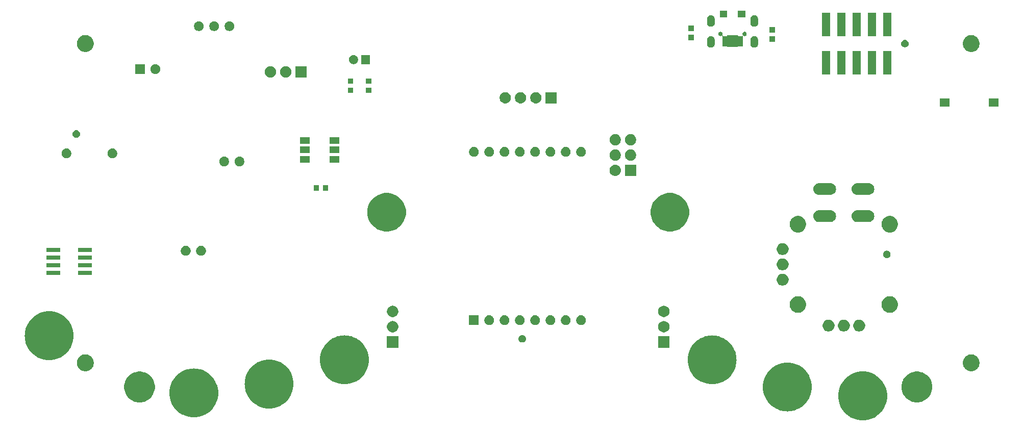
<source format=gbr>
G04 #@! TF.GenerationSoftware,KiCad,Pcbnew,6.0.0-rc1-unknown-ee465fb~66~ubuntu18.04.1*
G04 #@! TF.CreationDate,2018-09-27T12:58:04+03:00*
G04 #@! TF.ProjectId,eduBoard_Rev_A,656475426F6172645F5265765F412E6B,rev?*
G04 #@! TF.SameCoordinates,Original*
G04 #@! TF.FileFunction,Soldermask,Top*
G04 #@! TF.FilePolarity,Negative*
%FSLAX46Y46*%
G04 Gerber Fmt 4.6, Leading zero omitted, Abs format (unit mm)*
G04 Created by KiCad (PCBNEW 6.0.0-rc1-unknown-ee465fb~66~ubuntu18.04.1) date Thu Sep 27 12:58:04 2018*
%MOMM*%
%LPD*%
G01*
G04 APERTURE LIST*
%ADD10C,0.100000*%
G04 APERTURE END LIST*
D10*
G36*
X185117399Y-79446598D02*
X185141785Y-79449000D01*
X185398990Y-79449000D01*
X186181632Y-79604677D01*
X186597391Y-79776890D01*
X186918868Y-79910050D01*
X187409679Y-80238000D01*
X187582365Y-80353385D01*
X188146615Y-80917635D01*
X188146617Y-80917638D01*
X188589950Y-81581132D01*
X188688216Y-81818367D01*
X188895323Y-82318368D01*
X189051000Y-83101010D01*
X189051000Y-83358215D01*
X189053402Y-83382601D01*
X189064000Y-83435881D01*
X189064000Y-83564119D01*
X189053402Y-83617399D01*
X189051000Y-83641785D01*
X189051000Y-83898990D01*
X188895323Y-84681632D01*
X188769659Y-84985012D01*
X188589950Y-85418868D01*
X188208392Y-85989909D01*
X188146615Y-86082365D01*
X187582365Y-86646615D01*
X187582362Y-86646617D01*
X186918868Y-87089950D01*
X186613495Y-87216439D01*
X186181632Y-87395323D01*
X185398990Y-87551000D01*
X185141785Y-87551000D01*
X185117399Y-87553402D01*
X185064119Y-87564000D01*
X184935881Y-87564000D01*
X184882601Y-87553402D01*
X184858215Y-87551000D01*
X184601010Y-87551000D01*
X183818368Y-87395323D01*
X183386505Y-87216439D01*
X183081132Y-87089950D01*
X182417638Y-86646617D01*
X182417635Y-86646615D01*
X181853385Y-86082365D01*
X181791608Y-85989909D01*
X181410050Y-85418868D01*
X181230341Y-84985012D01*
X181104677Y-84681632D01*
X180949000Y-83898990D01*
X180949000Y-83641785D01*
X180946598Y-83617399D01*
X180936000Y-83564119D01*
X180936000Y-83435881D01*
X180946598Y-83382601D01*
X180949000Y-83358215D01*
X180949000Y-83101010D01*
X181104677Y-82318368D01*
X181311784Y-81818367D01*
X181410050Y-81581132D01*
X181853383Y-80917638D01*
X181853385Y-80917635D01*
X182417635Y-80353385D01*
X182590321Y-80238000D01*
X183081132Y-79910050D01*
X183402609Y-79776890D01*
X183818368Y-79604677D01*
X184601010Y-79449000D01*
X184858215Y-79449000D01*
X184882601Y-79446598D01*
X184935881Y-79436000D01*
X185064119Y-79436000D01*
X185117399Y-79446598D01*
X185117399Y-79446598D01*
G37*
G36*
X74117399Y-78946598D02*
X74141785Y-78949000D01*
X74398990Y-78949000D01*
X75181632Y-79104677D01*
X75601606Y-79278636D01*
X75918868Y-79410050D01*
X76429135Y-79751000D01*
X76582365Y-79853385D01*
X77146615Y-80417635D01*
X77146617Y-80417638D01*
X77589950Y-81081132D01*
X77692201Y-81327988D01*
X77895323Y-81818368D01*
X78051000Y-82601010D01*
X78051000Y-82858215D01*
X78053402Y-82882601D01*
X78064000Y-82935881D01*
X78064000Y-83064119D01*
X78053402Y-83117399D01*
X78051000Y-83141785D01*
X78051000Y-83398990D01*
X77895323Y-84181632D01*
X77783012Y-84452774D01*
X77589950Y-84918868D01*
X77255996Y-85418665D01*
X77146615Y-85582365D01*
X76582365Y-86146615D01*
X76582362Y-86146617D01*
X75918868Y-86589950D01*
X75782066Y-86646615D01*
X75181632Y-86895323D01*
X74398990Y-87051000D01*
X74141785Y-87051000D01*
X74117399Y-87053402D01*
X74064119Y-87064000D01*
X73935881Y-87064000D01*
X73882601Y-87053402D01*
X73858215Y-87051000D01*
X73601010Y-87051000D01*
X72818368Y-86895323D01*
X72217934Y-86646615D01*
X72081132Y-86589950D01*
X71417638Y-86146617D01*
X71417635Y-86146615D01*
X70853385Y-85582365D01*
X70744004Y-85418665D01*
X70410050Y-84918868D01*
X70216988Y-84452774D01*
X70104677Y-84181632D01*
X69949000Y-83398990D01*
X69949000Y-83141785D01*
X69946598Y-83117399D01*
X69936000Y-83064119D01*
X69936000Y-82935881D01*
X69946598Y-82882601D01*
X69949000Y-82858215D01*
X69949000Y-82601010D01*
X70104677Y-81818368D01*
X70307799Y-81327988D01*
X70410050Y-81081132D01*
X70853383Y-80417638D01*
X70853385Y-80417635D01*
X71417635Y-79853385D01*
X71570865Y-79751000D01*
X72081132Y-79410050D01*
X72398394Y-79278636D01*
X72818368Y-79104677D01*
X73601010Y-78949000D01*
X73858215Y-78949000D01*
X73882601Y-78946598D01*
X73935881Y-78936000D01*
X74064119Y-78936000D01*
X74117399Y-78946598D01*
X74117399Y-78946598D01*
G37*
G36*
X172617399Y-77946598D02*
X172641785Y-77949000D01*
X172898990Y-77949000D01*
X173681632Y-78104677D01*
X174097391Y-78276890D01*
X174418868Y-78410050D01*
X174909679Y-78738000D01*
X175082365Y-78853385D01*
X175646615Y-79417635D01*
X175646617Y-79417638D01*
X176089950Y-80081132D01*
X176160311Y-80251000D01*
X176395323Y-80818368D01*
X176551000Y-81601010D01*
X176551000Y-81858215D01*
X176553402Y-81882601D01*
X176564000Y-81935881D01*
X176564000Y-82064119D01*
X176553402Y-82117399D01*
X176551000Y-82141785D01*
X176551000Y-82398990D01*
X176395323Y-83181632D01*
X176231594Y-83576909D01*
X176089950Y-83918868D01*
X175702978Y-84498012D01*
X175646615Y-84582365D01*
X175082365Y-85146615D01*
X175082362Y-85146617D01*
X174418868Y-85589950D01*
X174132991Y-85708364D01*
X173681632Y-85895323D01*
X172898990Y-86051000D01*
X172641785Y-86051000D01*
X172617399Y-86053402D01*
X172564119Y-86064000D01*
X172435881Y-86064000D01*
X172382601Y-86053402D01*
X172358215Y-86051000D01*
X172101010Y-86051000D01*
X171318368Y-85895323D01*
X170867009Y-85708364D01*
X170581132Y-85589950D01*
X169917638Y-85146617D01*
X169917635Y-85146615D01*
X169353385Y-84582365D01*
X169297022Y-84498012D01*
X168910050Y-83918868D01*
X168768406Y-83576909D01*
X168604677Y-83181632D01*
X168449000Y-82398990D01*
X168449000Y-82141785D01*
X168446598Y-82117399D01*
X168436000Y-82064119D01*
X168436000Y-81935881D01*
X168446598Y-81882601D01*
X168449000Y-81858215D01*
X168449000Y-81601010D01*
X168604677Y-80818368D01*
X168839689Y-80251000D01*
X168910050Y-80081132D01*
X169353383Y-79417638D01*
X169353385Y-79417635D01*
X169917635Y-78853385D01*
X170090321Y-78738000D01*
X170581132Y-78410050D01*
X170902609Y-78276890D01*
X171318368Y-78104677D01*
X172101010Y-77949000D01*
X172358215Y-77949000D01*
X172382601Y-77946598D01*
X172435881Y-77936000D01*
X172564119Y-77936000D01*
X172617399Y-77946598D01*
X172617399Y-77946598D01*
G37*
G36*
X86617399Y-77446598D02*
X86641785Y-77449000D01*
X86898990Y-77449000D01*
X87681632Y-77604677D01*
X88101606Y-77778636D01*
X88418868Y-77910050D01*
X88779651Y-78151118D01*
X89082365Y-78353385D01*
X89646615Y-78917635D01*
X89646617Y-78917638D01*
X90089950Y-79581132D01*
X90176420Y-79789890D01*
X90395323Y-80318368D01*
X90551000Y-81101010D01*
X90551000Y-81358215D01*
X90553402Y-81382601D01*
X90564000Y-81435881D01*
X90564000Y-81564119D01*
X90553402Y-81617399D01*
X90551000Y-81641785D01*
X90551000Y-81898990D01*
X90395323Y-82681632D01*
X90228237Y-83085012D01*
X90089950Y-83418868D01*
X89811310Y-83835882D01*
X89646615Y-84082365D01*
X89082365Y-84646615D01*
X89082362Y-84646617D01*
X88418868Y-85089950D01*
X88282066Y-85146615D01*
X87681632Y-85395323D01*
X86898990Y-85551000D01*
X86641785Y-85551000D01*
X86617399Y-85553402D01*
X86564119Y-85564000D01*
X86435881Y-85564000D01*
X86382601Y-85553402D01*
X86358215Y-85551000D01*
X86101010Y-85551000D01*
X85318368Y-85395323D01*
X84717934Y-85146615D01*
X84581132Y-85089950D01*
X83917638Y-84646617D01*
X83917635Y-84646615D01*
X83353385Y-84082365D01*
X83188690Y-83835882D01*
X82910050Y-83418868D01*
X82771763Y-83085012D01*
X82604677Y-82681632D01*
X82449000Y-81898990D01*
X82449000Y-81641785D01*
X82446598Y-81617399D01*
X82436000Y-81564119D01*
X82436000Y-81435881D01*
X82446598Y-81382601D01*
X82449000Y-81358215D01*
X82449000Y-81101010D01*
X82604677Y-80318368D01*
X82823580Y-79789890D01*
X82910050Y-79581132D01*
X83353383Y-78917638D01*
X83353385Y-78917635D01*
X83917635Y-78353385D01*
X84220349Y-78151118D01*
X84581132Y-77910050D01*
X84898394Y-77778636D01*
X85318368Y-77604677D01*
X86101010Y-77449000D01*
X86358215Y-77449000D01*
X86382601Y-77446598D01*
X86435881Y-77436000D01*
X86564119Y-77436000D01*
X86617399Y-77446598D01*
X86617399Y-77446598D01*
G37*
G36*
X194431271Y-79485012D02*
X194744041Y-79547226D01*
X194882742Y-79604678D01*
X195208256Y-79739510D01*
X195626043Y-80018666D01*
X195981334Y-80373957D01*
X196260490Y-80791744D01*
X196337274Y-80977118D01*
X196440358Y-81225983D01*
X196452774Y-81255960D01*
X196550800Y-81748767D01*
X196550800Y-82251233D01*
X196452774Y-82744040D01*
X196260490Y-83208256D01*
X195981334Y-83626043D01*
X195626043Y-83981334D01*
X195208256Y-84260490D01*
X194936325Y-84373127D01*
X194744041Y-84452774D01*
X194622706Y-84476909D01*
X194251233Y-84550800D01*
X193748767Y-84550800D01*
X193377294Y-84476909D01*
X193255959Y-84452774D01*
X193063675Y-84373127D01*
X192791744Y-84260490D01*
X192373957Y-83981334D01*
X192018666Y-83626043D01*
X191739510Y-83208256D01*
X191547226Y-82744040D01*
X191449200Y-82251233D01*
X191449200Y-81748767D01*
X191547226Y-81255960D01*
X191559643Y-81225983D01*
X191662726Y-80977118D01*
X191739510Y-80791744D01*
X192018666Y-80373957D01*
X192373957Y-80018666D01*
X192791744Y-79739510D01*
X193117258Y-79604678D01*
X193255959Y-79547226D01*
X193568729Y-79485012D01*
X193748767Y-79449200D01*
X194251233Y-79449200D01*
X194431271Y-79485012D01*
X194431271Y-79485012D01*
G37*
G36*
X65431271Y-79485012D02*
X65744041Y-79547226D01*
X65882742Y-79604678D01*
X66208256Y-79739510D01*
X66626043Y-80018666D01*
X66981334Y-80373957D01*
X67260490Y-80791744D01*
X67337274Y-80977118D01*
X67440358Y-81225983D01*
X67452774Y-81255960D01*
X67550800Y-81748767D01*
X67550800Y-82251233D01*
X67452774Y-82744040D01*
X67260490Y-83208256D01*
X66981334Y-83626043D01*
X66626043Y-83981334D01*
X66208256Y-84260490D01*
X65936325Y-84373127D01*
X65744041Y-84452774D01*
X65622706Y-84476909D01*
X65251233Y-84550800D01*
X64748767Y-84550800D01*
X64377294Y-84476909D01*
X64255959Y-84452774D01*
X64063675Y-84373127D01*
X63791744Y-84260490D01*
X63373957Y-83981334D01*
X63018666Y-83626043D01*
X62739510Y-83208256D01*
X62547226Y-82744040D01*
X62449200Y-82251233D01*
X62449200Y-81748767D01*
X62547226Y-81255960D01*
X62559643Y-81225983D01*
X62662726Y-80977118D01*
X62739510Y-80791744D01*
X63018666Y-80373957D01*
X63373957Y-80018666D01*
X63791744Y-79739510D01*
X64117258Y-79604678D01*
X64255959Y-79547226D01*
X64568729Y-79485012D01*
X64748767Y-79449200D01*
X65251233Y-79449200D01*
X65431271Y-79485012D01*
X65431271Y-79485012D01*
G37*
G36*
X99117399Y-73446598D02*
X99141785Y-73449000D01*
X99398990Y-73449000D01*
X100181632Y-73604677D01*
X100419014Y-73703004D01*
X100918868Y-73910050D01*
X101279651Y-74151118D01*
X101582365Y-74353385D01*
X102146615Y-74917635D01*
X102146617Y-74917638D01*
X102589950Y-75581132D01*
X102629622Y-75676909D01*
X102895323Y-76318368D01*
X103051000Y-77101010D01*
X103051000Y-77358215D01*
X103053402Y-77382601D01*
X103064000Y-77435881D01*
X103064000Y-77564119D01*
X103053402Y-77617399D01*
X103051000Y-77641785D01*
X103051000Y-77898990D01*
X102895323Y-78681632D01*
X102806792Y-78895364D01*
X102589950Y-79418868D01*
X102262879Y-79908364D01*
X102146615Y-80082365D01*
X101582365Y-80646615D01*
X101582362Y-80646617D01*
X100918868Y-81089950D01*
X100613495Y-81216439D01*
X100181632Y-81395323D01*
X99398990Y-81551000D01*
X99141785Y-81551000D01*
X99117399Y-81553402D01*
X99064119Y-81564000D01*
X98935881Y-81564000D01*
X98882601Y-81553402D01*
X98858215Y-81551000D01*
X98601010Y-81551000D01*
X97818368Y-81395323D01*
X97386505Y-81216439D01*
X97081132Y-81089950D01*
X96417638Y-80646617D01*
X96417635Y-80646615D01*
X95853385Y-80082365D01*
X95737121Y-79908364D01*
X95410050Y-79418868D01*
X95193208Y-78895364D01*
X95104677Y-78681632D01*
X94949000Y-77898990D01*
X94949000Y-77641785D01*
X94946598Y-77617399D01*
X94936000Y-77564119D01*
X94936000Y-77435881D01*
X94946598Y-77382601D01*
X94949000Y-77358215D01*
X94949000Y-77101010D01*
X95104677Y-76318368D01*
X95370378Y-75676909D01*
X95410050Y-75581132D01*
X95853383Y-74917638D01*
X95853385Y-74917635D01*
X96417635Y-74353385D01*
X96720349Y-74151118D01*
X97081132Y-73910050D01*
X97580986Y-73703004D01*
X97818368Y-73604677D01*
X98601010Y-73449000D01*
X98858215Y-73449000D01*
X98882601Y-73446598D01*
X98935881Y-73436000D01*
X99064119Y-73436000D01*
X99117399Y-73446598D01*
X99117399Y-73446598D01*
G37*
G36*
X160117399Y-73446598D02*
X160141785Y-73449000D01*
X160398990Y-73449000D01*
X161181632Y-73604677D01*
X161419014Y-73703004D01*
X161918868Y-73910050D01*
X162279651Y-74151118D01*
X162582365Y-74353385D01*
X163146615Y-74917635D01*
X163146617Y-74917638D01*
X163589950Y-75581132D01*
X163629622Y-75676909D01*
X163895323Y-76318368D01*
X164051000Y-77101010D01*
X164051000Y-77358215D01*
X164053402Y-77382601D01*
X164064000Y-77435881D01*
X164064000Y-77564119D01*
X164053402Y-77617399D01*
X164051000Y-77641785D01*
X164051000Y-77898990D01*
X163895323Y-78681632D01*
X163806792Y-78895364D01*
X163589950Y-79418868D01*
X163262879Y-79908364D01*
X163146615Y-80082365D01*
X162582365Y-80646615D01*
X162582362Y-80646617D01*
X161918868Y-81089950D01*
X161613495Y-81216439D01*
X161181632Y-81395323D01*
X160398990Y-81551000D01*
X160141785Y-81551000D01*
X160117399Y-81553402D01*
X160064119Y-81564000D01*
X159935881Y-81564000D01*
X159882601Y-81553402D01*
X159858215Y-81551000D01*
X159601010Y-81551000D01*
X158818368Y-81395323D01*
X158386505Y-81216439D01*
X158081132Y-81089950D01*
X157417638Y-80646617D01*
X157417635Y-80646615D01*
X156853385Y-80082365D01*
X156737121Y-79908364D01*
X156410050Y-79418868D01*
X156193208Y-78895364D01*
X156104677Y-78681632D01*
X155949000Y-77898990D01*
X155949000Y-77641785D01*
X155946598Y-77617399D01*
X155936000Y-77564119D01*
X155936000Y-77435881D01*
X155946598Y-77382601D01*
X155949000Y-77358215D01*
X155949000Y-77101010D01*
X156104677Y-76318368D01*
X156370378Y-75676909D01*
X156410050Y-75581132D01*
X156853383Y-74917638D01*
X156853385Y-74917635D01*
X157417635Y-74353385D01*
X157720349Y-74151118D01*
X158081132Y-73910050D01*
X158580986Y-73703004D01*
X158818368Y-73604677D01*
X159601010Y-73449000D01*
X159858215Y-73449000D01*
X159882601Y-73446598D01*
X159935881Y-73436000D01*
X160064119Y-73436000D01*
X160117399Y-73446598D01*
X160117399Y-73446598D01*
G37*
G36*
X203408597Y-76653031D02*
X203577782Y-76723110D01*
X203663528Y-76758627D01*
X203892958Y-76911927D01*
X204088073Y-77107042D01*
X204235704Y-77327988D01*
X204241373Y-77336472D01*
X204346969Y-77591403D01*
X204400800Y-77862032D01*
X204400800Y-78137968D01*
X204346969Y-78408597D01*
X204299544Y-78523091D01*
X204241373Y-78663528D01*
X204088073Y-78892958D01*
X203892958Y-79088073D01*
X203668576Y-79238000D01*
X203663528Y-79241373D01*
X203408597Y-79346969D01*
X203137968Y-79400800D01*
X202862032Y-79400800D01*
X202591403Y-79346969D01*
X202336472Y-79241373D01*
X202331424Y-79238000D01*
X202107042Y-79088073D01*
X201911927Y-78892958D01*
X201758627Y-78663528D01*
X201700456Y-78523091D01*
X201653031Y-78408597D01*
X201599200Y-78137968D01*
X201599200Y-77862032D01*
X201653031Y-77591403D01*
X201758627Y-77336472D01*
X201764296Y-77327988D01*
X201911927Y-77107042D01*
X202107042Y-76911927D01*
X202336472Y-76758627D01*
X202422218Y-76723110D01*
X202591403Y-76653031D01*
X202862032Y-76599200D01*
X203137968Y-76599200D01*
X203408597Y-76653031D01*
X203408597Y-76653031D01*
G37*
G36*
X56408597Y-76653031D02*
X56577782Y-76723110D01*
X56663528Y-76758627D01*
X56892958Y-76911927D01*
X57088073Y-77107042D01*
X57235704Y-77327988D01*
X57241373Y-77336472D01*
X57346969Y-77591403D01*
X57400800Y-77862032D01*
X57400800Y-78137968D01*
X57346969Y-78408597D01*
X57299544Y-78523091D01*
X57241373Y-78663528D01*
X57088073Y-78892958D01*
X56892958Y-79088073D01*
X56668576Y-79238000D01*
X56663528Y-79241373D01*
X56408597Y-79346969D01*
X56137968Y-79400800D01*
X55862032Y-79400800D01*
X55591403Y-79346969D01*
X55336472Y-79241373D01*
X55331424Y-79238000D01*
X55107042Y-79088073D01*
X54911927Y-78892958D01*
X54758627Y-78663528D01*
X54700456Y-78523091D01*
X54653031Y-78408597D01*
X54599200Y-78137968D01*
X54599200Y-77862032D01*
X54653031Y-77591403D01*
X54758627Y-77336472D01*
X54764296Y-77327988D01*
X54911927Y-77107042D01*
X55107042Y-76911927D01*
X55336472Y-76758627D01*
X55422218Y-76723110D01*
X55591403Y-76653031D01*
X55862032Y-76599200D01*
X56137968Y-76599200D01*
X56408597Y-76653031D01*
X56408597Y-76653031D01*
G37*
G36*
X50117399Y-69446598D02*
X50141785Y-69449000D01*
X50398990Y-69449000D01*
X51181632Y-69604677D01*
X51601606Y-69778636D01*
X51918868Y-69910050D01*
X52491753Y-70292840D01*
X52582365Y-70353385D01*
X53146615Y-70917635D01*
X53146617Y-70917638D01*
X53589950Y-71581132D01*
X53660311Y-71751000D01*
X53895323Y-72318368D01*
X54051000Y-73101010D01*
X54051000Y-73358215D01*
X54053402Y-73382601D01*
X54064000Y-73435881D01*
X54064000Y-73564119D01*
X54053402Y-73617399D01*
X54051000Y-73641785D01*
X54051000Y-73898990D01*
X53895323Y-74681632D01*
X53800684Y-74910110D01*
X53589950Y-75418868D01*
X53465136Y-75605665D01*
X53146615Y-76082365D01*
X52582365Y-76646615D01*
X52582362Y-76646617D01*
X51918868Y-77089950D01*
X51613495Y-77216439D01*
X51181632Y-77395323D01*
X50398990Y-77551000D01*
X50141785Y-77551000D01*
X50117399Y-77553402D01*
X50064119Y-77564000D01*
X49935881Y-77564000D01*
X49882601Y-77553402D01*
X49858215Y-77551000D01*
X49601010Y-77551000D01*
X48818368Y-77395323D01*
X48386505Y-77216439D01*
X48081132Y-77089950D01*
X47417638Y-76646617D01*
X47417635Y-76646615D01*
X46853385Y-76082365D01*
X46534864Y-75605665D01*
X46410050Y-75418868D01*
X46199316Y-74910110D01*
X46104677Y-74681632D01*
X45949000Y-73898990D01*
X45949000Y-73641785D01*
X45946598Y-73617399D01*
X45936000Y-73564119D01*
X45936000Y-73435881D01*
X45946598Y-73382601D01*
X45949000Y-73358215D01*
X45949000Y-73101010D01*
X46104677Y-72318368D01*
X46339689Y-71751000D01*
X46410050Y-71581132D01*
X46853383Y-70917638D01*
X46853385Y-70917635D01*
X47417635Y-70353385D01*
X47508247Y-70292840D01*
X48081132Y-69910050D01*
X48398394Y-69778636D01*
X48818368Y-69604677D01*
X49601010Y-69449000D01*
X49858215Y-69449000D01*
X49882601Y-69446598D01*
X49935881Y-69436000D01*
X50064119Y-69436000D01*
X50117399Y-69446598D01*
X50117399Y-69446598D01*
G37*
G36*
X152939800Y-75479800D02*
X151060200Y-75479800D01*
X151060200Y-73600200D01*
X152939800Y-73600200D01*
X152939800Y-75479800D01*
X152939800Y-75479800D01*
G37*
G36*
X107939800Y-75479800D02*
X106060200Y-75479800D01*
X106060200Y-73600200D01*
X107939800Y-73600200D01*
X107939800Y-75479800D01*
X107939800Y-75479800D01*
G37*
G36*
X128682889Y-73397095D02*
X128796996Y-73444359D01*
X128899692Y-73512979D01*
X128987021Y-73600308D01*
X129055641Y-73703004D01*
X129102905Y-73817111D01*
X129127000Y-73938244D01*
X129127000Y-74061756D01*
X129102905Y-74182889D01*
X129055641Y-74296996D01*
X128987021Y-74399692D01*
X128899692Y-74487021D01*
X128796996Y-74555641D01*
X128682889Y-74602905D01*
X128561756Y-74627000D01*
X128438244Y-74627000D01*
X128317111Y-74602905D01*
X128203004Y-74555641D01*
X128100308Y-74487021D01*
X128012979Y-74399692D01*
X127944359Y-74296996D01*
X127897095Y-74182889D01*
X127873000Y-74061756D01*
X127873000Y-73938244D01*
X127897095Y-73817111D01*
X127944359Y-73703004D01*
X128012979Y-73600308D01*
X128100308Y-73512979D01*
X128203004Y-73444359D01*
X128317111Y-73397095D01*
X128438244Y-73373000D01*
X128561756Y-73373000D01*
X128682889Y-73397095D01*
X128682889Y-73397095D01*
G37*
G36*
X107183346Y-71078258D02*
X107274129Y-71096316D01*
X107445162Y-71167160D01*
X107597009Y-71268621D01*
X107599090Y-71270012D01*
X107729988Y-71400910D01*
X107729990Y-71400913D01*
X107832840Y-71554838D01*
X107903684Y-71725871D01*
X107939800Y-71907438D01*
X107939800Y-72092562D01*
X107903684Y-72274129D01*
X107832840Y-72445162D01*
X107832839Y-72445163D01*
X107729988Y-72599090D01*
X107599090Y-72729988D01*
X107599087Y-72729990D01*
X107445162Y-72832840D01*
X107274129Y-72903684D01*
X107183346Y-72921742D01*
X107092564Y-72939800D01*
X106907436Y-72939800D01*
X106816654Y-72921742D01*
X106725871Y-72903684D01*
X106554838Y-72832840D01*
X106400913Y-72729990D01*
X106400910Y-72729988D01*
X106270012Y-72599090D01*
X106167161Y-72445163D01*
X106167160Y-72445162D01*
X106096316Y-72274129D01*
X106060200Y-72092562D01*
X106060200Y-71907438D01*
X106096316Y-71725871D01*
X106167160Y-71554838D01*
X106270010Y-71400913D01*
X106270012Y-71400910D01*
X106400910Y-71270012D01*
X106402991Y-71268621D01*
X106554838Y-71167160D01*
X106725871Y-71096316D01*
X106816654Y-71078258D01*
X106907436Y-71060200D01*
X107092564Y-71060200D01*
X107183346Y-71078258D01*
X107183346Y-71078258D01*
G37*
G36*
X152183346Y-71078258D02*
X152274129Y-71096316D01*
X152445162Y-71167160D01*
X152597009Y-71268621D01*
X152599090Y-71270012D01*
X152729988Y-71400910D01*
X152729990Y-71400913D01*
X152832840Y-71554838D01*
X152903684Y-71725871D01*
X152939800Y-71907438D01*
X152939800Y-72092562D01*
X152903684Y-72274129D01*
X152832840Y-72445162D01*
X152832839Y-72445163D01*
X152729988Y-72599090D01*
X152599090Y-72729988D01*
X152599087Y-72729990D01*
X152445162Y-72832840D01*
X152274129Y-72903684D01*
X152183346Y-72921742D01*
X152092564Y-72939800D01*
X151907436Y-72939800D01*
X151816654Y-72921742D01*
X151725871Y-72903684D01*
X151554838Y-72832840D01*
X151400913Y-72729990D01*
X151400910Y-72729988D01*
X151270012Y-72599090D01*
X151167161Y-72445163D01*
X151167160Y-72445162D01*
X151096316Y-72274129D01*
X151060200Y-72092562D01*
X151060200Y-71907438D01*
X151096316Y-71725871D01*
X151167160Y-71554838D01*
X151270010Y-71400913D01*
X151270012Y-71400910D01*
X151400910Y-71270012D01*
X151402991Y-71268621D01*
X151554838Y-71167160D01*
X151725871Y-71096316D01*
X151816654Y-71078258D01*
X151907436Y-71060200D01*
X152092564Y-71060200D01*
X152183346Y-71078258D01*
X152183346Y-71078258D01*
G37*
G36*
X184698947Y-70857468D02*
X184879224Y-70932141D01*
X185041474Y-71040553D01*
X185179447Y-71178526D01*
X185287859Y-71340776D01*
X185362532Y-71521053D01*
X185400600Y-71712433D01*
X185400600Y-71907567D01*
X185362532Y-72098947D01*
X185287859Y-72279224D01*
X185179447Y-72441474D01*
X185041474Y-72579447D01*
X184879224Y-72687859D01*
X184698947Y-72762532D01*
X184507567Y-72800600D01*
X184312433Y-72800600D01*
X184121053Y-72762532D01*
X183940776Y-72687859D01*
X183778526Y-72579447D01*
X183640553Y-72441474D01*
X183532141Y-72279224D01*
X183457468Y-72098947D01*
X183419400Y-71907567D01*
X183419400Y-71712433D01*
X183457468Y-71521053D01*
X183532141Y-71340776D01*
X183640553Y-71178526D01*
X183778526Y-71040553D01*
X183940776Y-70932141D01*
X184121053Y-70857468D01*
X184312433Y-70819400D01*
X184507567Y-70819400D01*
X184698947Y-70857468D01*
X184698947Y-70857468D01*
G37*
G36*
X182158947Y-70857468D02*
X182339224Y-70932141D01*
X182501474Y-71040553D01*
X182639447Y-71178526D01*
X182747859Y-71340776D01*
X182822532Y-71521053D01*
X182860600Y-71712433D01*
X182860600Y-71907567D01*
X182822532Y-72098947D01*
X182747859Y-72279224D01*
X182639447Y-72441474D01*
X182501474Y-72579447D01*
X182339224Y-72687859D01*
X182158947Y-72762532D01*
X181967567Y-72800600D01*
X181772433Y-72800600D01*
X181581053Y-72762532D01*
X181400776Y-72687859D01*
X181238526Y-72579447D01*
X181100553Y-72441474D01*
X180992141Y-72279224D01*
X180917468Y-72098947D01*
X180879400Y-71907567D01*
X180879400Y-71712433D01*
X180917468Y-71521053D01*
X180992141Y-71340776D01*
X181100553Y-71178526D01*
X181238526Y-71040553D01*
X181400776Y-70932141D01*
X181581053Y-70857468D01*
X181772433Y-70819400D01*
X181967567Y-70819400D01*
X182158947Y-70857468D01*
X182158947Y-70857468D01*
G37*
G36*
X179618947Y-70857468D02*
X179799224Y-70932141D01*
X179961474Y-71040553D01*
X180099447Y-71178526D01*
X180207859Y-71340776D01*
X180282532Y-71521053D01*
X180320600Y-71712433D01*
X180320600Y-71907567D01*
X180282532Y-72098947D01*
X180207859Y-72279224D01*
X180099447Y-72441474D01*
X179961474Y-72579447D01*
X179799224Y-72687859D01*
X179618947Y-72762532D01*
X179427567Y-72800600D01*
X179232433Y-72800600D01*
X179041053Y-72762532D01*
X178860776Y-72687859D01*
X178698526Y-72579447D01*
X178560553Y-72441474D01*
X178452141Y-72279224D01*
X178377468Y-72098947D01*
X178339400Y-71907567D01*
X178339400Y-71712433D01*
X178377468Y-71521053D01*
X178452141Y-71340776D01*
X178560553Y-71178526D01*
X178698526Y-71040553D01*
X178860776Y-70932141D01*
X179041053Y-70857468D01*
X179232433Y-70819400D01*
X179427567Y-70819400D01*
X179618947Y-70857468D01*
X179618947Y-70857468D01*
G37*
G36*
X138497142Y-70138242D02*
X138645102Y-70199530D01*
X138712130Y-70244317D01*
X138760880Y-70276890D01*
X138778258Y-70288502D01*
X138891498Y-70401742D01*
X138980470Y-70534898D01*
X139041758Y-70682858D01*
X139073000Y-70839925D01*
X139073000Y-71000075D01*
X139041758Y-71157142D01*
X139032900Y-71178526D01*
X138980471Y-71305100D01*
X138891499Y-71438257D01*
X138778257Y-71551499D01*
X138733908Y-71581132D01*
X138645102Y-71640470D01*
X138497142Y-71701758D01*
X138340075Y-71733000D01*
X138179925Y-71733000D01*
X138022858Y-71701758D01*
X137874898Y-71640470D01*
X137786092Y-71581132D01*
X137741743Y-71551499D01*
X137628501Y-71438257D01*
X137539529Y-71305100D01*
X137487100Y-71178526D01*
X137478242Y-71157142D01*
X137447000Y-71000075D01*
X137447000Y-70839925D01*
X137478242Y-70682858D01*
X137539530Y-70534898D01*
X137628502Y-70401742D01*
X137741742Y-70288502D01*
X137759121Y-70276890D01*
X137807870Y-70244317D01*
X137874898Y-70199530D01*
X138022858Y-70138242D01*
X138179925Y-70107000D01*
X138340075Y-70107000D01*
X138497142Y-70138242D01*
X138497142Y-70138242D01*
G37*
G36*
X121293000Y-71733000D02*
X119667000Y-71733000D01*
X119667000Y-70107000D01*
X121293000Y-70107000D01*
X121293000Y-71733000D01*
X121293000Y-71733000D01*
G37*
G36*
X123257142Y-70138242D02*
X123405102Y-70199530D01*
X123472130Y-70244317D01*
X123520880Y-70276890D01*
X123538258Y-70288502D01*
X123651498Y-70401742D01*
X123740470Y-70534898D01*
X123801758Y-70682858D01*
X123833000Y-70839925D01*
X123833000Y-71000075D01*
X123801758Y-71157142D01*
X123792900Y-71178526D01*
X123740471Y-71305100D01*
X123651499Y-71438257D01*
X123538257Y-71551499D01*
X123493908Y-71581132D01*
X123405102Y-71640470D01*
X123257142Y-71701758D01*
X123100075Y-71733000D01*
X122939925Y-71733000D01*
X122782858Y-71701758D01*
X122634898Y-71640470D01*
X122546092Y-71581132D01*
X122501743Y-71551499D01*
X122388501Y-71438257D01*
X122299529Y-71305100D01*
X122247100Y-71178526D01*
X122238242Y-71157142D01*
X122207000Y-71000075D01*
X122207000Y-70839925D01*
X122238242Y-70682858D01*
X122299530Y-70534898D01*
X122388502Y-70401742D01*
X122501742Y-70288502D01*
X122519121Y-70276890D01*
X122567870Y-70244317D01*
X122634898Y-70199530D01*
X122782858Y-70138242D01*
X122939925Y-70107000D01*
X123100075Y-70107000D01*
X123257142Y-70138242D01*
X123257142Y-70138242D01*
G37*
G36*
X125797142Y-70138242D02*
X125945102Y-70199530D01*
X126012130Y-70244317D01*
X126060880Y-70276890D01*
X126078258Y-70288502D01*
X126191498Y-70401742D01*
X126280470Y-70534898D01*
X126341758Y-70682858D01*
X126373000Y-70839925D01*
X126373000Y-71000075D01*
X126341758Y-71157142D01*
X126332900Y-71178526D01*
X126280471Y-71305100D01*
X126191499Y-71438257D01*
X126078257Y-71551499D01*
X126033908Y-71581132D01*
X125945102Y-71640470D01*
X125797142Y-71701758D01*
X125640075Y-71733000D01*
X125479925Y-71733000D01*
X125322858Y-71701758D01*
X125174898Y-71640470D01*
X125086092Y-71581132D01*
X125041743Y-71551499D01*
X124928501Y-71438257D01*
X124839529Y-71305100D01*
X124787100Y-71178526D01*
X124778242Y-71157142D01*
X124747000Y-71000075D01*
X124747000Y-70839925D01*
X124778242Y-70682858D01*
X124839530Y-70534898D01*
X124928502Y-70401742D01*
X125041742Y-70288502D01*
X125059121Y-70276890D01*
X125107870Y-70244317D01*
X125174898Y-70199530D01*
X125322858Y-70138242D01*
X125479925Y-70107000D01*
X125640075Y-70107000D01*
X125797142Y-70138242D01*
X125797142Y-70138242D01*
G37*
G36*
X128337142Y-70138242D02*
X128485102Y-70199530D01*
X128552130Y-70244317D01*
X128600880Y-70276890D01*
X128618258Y-70288502D01*
X128731498Y-70401742D01*
X128820470Y-70534898D01*
X128881758Y-70682858D01*
X128913000Y-70839925D01*
X128913000Y-71000075D01*
X128881758Y-71157142D01*
X128872900Y-71178526D01*
X128820471Y-71305100D01*
X128731499Y-71438257D01*
X128618257Y-71551499D01*
X128573908Y-71581132D01*
X128485102Y-71640470D01*
X128337142Y-71701758D01*
X128180075Y-71733000D01*
X128019925Y-71733000D01*
X127862858Y-71701758D01*
X127714898Y-71640470D01*
X127626092Y-71581132D01*
X127581743Y-71551499D01*
X127468501Y-71438257D01*
X127379529Y-71305100D01*
X127327100Y-71178526D01*
X127318242Y-71157142D01*
X127287000Y-71000075D01*
X127287000Y-70839925D01*
X127318242Y-70682858D01*
X127379530Y-70534898D01*
X127468502Y-70401742D01*
X127581742Y-70288502D01*
X127599121Y-70276890D01*
X127647870Y-70244317D01*
X127714898Y-70199530D01*
X127862858Y-70138242D01*
X128019925Y-70107000D01*
X128180075Y-70107000D01*
X128337142Y-70138242D01*
X128337142Y-70138242D01*
G37*
G36*
X130877142Y-70138242D02*
X131025102Y-70199530D01*
X131092130Y-70244317D01*
X131140880Y-70276890D01*
X131158258Y-70288502D01*
X131271498Y-70401742D01*
X131360470Y-70534898D01*
X131421758Y-70682858D01*
X131453000Y-70839925D01*
X131453000Y-71000075D01*
X131421758Y-71157142D01*
X131412900Y-71178526D01*
X131360471Y-71305100D01*
X131271499Y-71438257D01*
X131158257Y-71551499D01*
X131113908Y-71581132D01*
X131025102Y-71640470D01*
X130877142Y-71701758D01*
X130720075Y-71733000D01*
X130559925Y-71733000D01*
X130402858Y-71701758D01*
X130254898Y-71640470D01*
X130166092Y-71581132D01*
X130121743Y-71551499D01*
X130008501Y-71438257D01*
X129919529Y-71305100D01*
X129867100Y-71178526D01*
X129858242Y-71157142D01*
X129827000Y-71000075D01*
X129827000Y-70839925D01*
X129858242Y-70682858D01*
X129919530Y-70534898D01*
X130008502Y-70401742D01*
X130121742Y-70288502D01*
X130139121Y-70276890D01*
X130187870Y-70244317D01*
X130254898Y-70199530D01*
X130402858Y-70138242D01*
X130559925Y-70107000D01*
X130720075Y-70107000D01*
X130877142Y-70138242D01*
X130877142Y-70138242D01*
G37*
G36*
X133417142Y-70138242D02*
X133565102Y-70199530D01*
X133632130Y-70244317D01*
X133680880Y-70276890D01*
X133698258Y-70288502D01*
X133811498Y-70401742D01*
X133900470Y-70534898D01*
X133961758Y-70682858D01*
X133993000Y-70839925D01*
X133993000Y-71000075D01*
X133961758Y-71157142D01*
X133952900Y-71178526D01*
X133900471Y-71305100D01*
X133811499Y-71438257D01*
X133698257Y-71551499D01*
X133653908Y-71581132D01*
X133565102Y-71640470D01*
X133417142Y-71701758D01*
X133260075Y-71733000D01*
X133099925Y-71733000D01*
X132942858Y-71701758D01*
X132794898Y-71640470D01*
X132706092Y-71581132D01*
X132661743Y-71551499D01*
X132548501Y-71438257D01*
X132459529Y-71305100D01*
X132407100Y-71178526D01*
X132398242Y-71157142D01*
X132367000Y-71000075D01*
X132367000Y-70839925D01*
X132398242Y-70682858D01*
X132459530Y-70534898D01*
X132548502Y-70401742D01*
X132661742Y-70288502D01*
X132679121Y-70276890D01*
X132727870Y-70244317D01*
X132794898Y-70199530D01*
X132942858Y-70138242D01*
X133099925Y-70107000D01*
X133260075Y-70107000D01*
X133417142Y-70138242D01*
X133417142Y-70138242D01*
G37*
G36*
X135957142Y-70138242D02*
X136105102Y-70199530D01*
X136172130Y-70244317D01*
X136220880Y-70276890D01*
X136238258Y-70288502D01*
X136351498Y-70401742D01*
X136440470Y-70534898D01*
X136501758Y-70682858D01*
X136533000Y-70839925D01*
X136533000Y-71000075D01*
X136501758Y-71157142D01*
X136492900Y-71178526D01*
X136440471Y-71305100D01*
X136351499Y-71438257D01*
X136238257Y-71551499D01*
X136193908Y-71581132D01*
X136105102Y-71640470D01*
X135957142Y-71701758D01*
X135800075Y-71733000D01*
X135639925Y-71733000D01*
X135482858Y-71701758D01*
X135334898Y-71640470D01*
X135246092Y-71581132D01*
X135201743Y-71551499D01*
X135088501Y-71438257D01*
X134999529Y-71305100D01*
X134947100Y-71178526D01*
X134938242Y-71157142D01*
X134907000Y-71000075D01*
X134907000Y-70839925D01*
X134938242Y-70682858D01*
X134999530Y-70534898D01*
X135088502Y-70401742D01*
X135201742Y-70288502D01*
X135219121Y-70276890D01*
X135267870Y-70244317D01*
X135334898Y-70199530D01*
X135482858Y-70138242D01*
X135639925Y-70107000D01*
X135800075Y-70107000D01*
X135957142Y-70138242D01*
X135957142Y-70138242D01*
G37*
G36*
X107183345Y-68538258D02*
X107274129Y-68556316D01*
X107445162Y-68627160D01*
X107445163Y-68627161D01*
X107599090Y-68730012D01*
X107729988Y-68860910D01*
X107729990Y-68860913D01*
X107832840Y-69014838D01*
X107903684Y-69185871D01*
X107921742Y-69276654D01*
X107939800Y-69367436D01*
X107939800Y-69552564D01*
X107923126Y-69636390D01*
X107903684Y-69734129D01*
X107832840Y-69905162D01*
X107731379Y-70057009D01*
X107729988Y-70059090D01*
X107599090Y-70189988D01*
X107599087Y-70189990D01*
X107445162Y-70292840D01*
X107274129Y-70363684D01*
X107183346Y-70381742D01*
X107092564Y-70399800D01*
X106907436Y-70399800D01*
X106816654Y-70381742D01*
X106725871Y-70363684D01*
X106554838Y-70292840D01*
X106400913Y-70189990D01*
X106400910Y-70189988D01*
X106270012Y-70059090D01*
X106268621Y-70057009D01*
X106167160Y-69905162D01*
X106096316Y-69734129D01*
X106076874Y-69636390D01*
X106060200Y-69552564D01*
X106060200Y-69367436D01*
X106078258Y-69276654D01*
X106096316Y-69185871D01*
X106167160Y-69014838D01*
X106270010Y-68860913D01*
X106270012Y-68860910D01*
X106400910Y-68730012D01*
X106554837Y-68627161D01*
X106554838Y-68627160D01*
X106725871Y-68556316D01*
X106816655Y-68538258D01*
X106907436Y-68520200D01*
X107092564Y-68520200D01*
X107183345Y-68538258D01*
X107183345Y-68538258D01*
G37*
G36*
X152183345Y-68538258D02*
X152274129Y-68556316D01*
X152445162Y-68627160D01*
X152445163Y-68627161D01*
X152599090Y-68730012D01*
X152729988Y-68860910D01*
X152729990Y-68860913D01*
X152832840Y-69014838D01*
X152903684Y-69185871D01*
X152921742Y-69276654D01*
X152939800Y-69367436D01*
X152939800Y-69552564D01*
X152923126Y-69636390D01*
X152903684Y-69734129D01*
X152832840Y-69905162D01*
X152731379Y-70057009D01*
X152729988Y-70059090D01*
X152599090Y-70189988D01*
X152599087Y-70189990D01*
X152445162Y-70292840D01*
X152274129Y-70363684D01*
X152183346Y-70381742D01*
X152092564Y-70399800D01*
X151907436Y-70399800D01*
X151816654Y-70381742D01*
X151725871Y-70363684D01*
X151554838Y-70292840D01*
X151400913Y-70189990D01*
X151400910Y-70189988D01*
X151270012Y-70059090D01*
X151268621Y-70057009D01*
X151167160Y-69905162D01*
X151096316Y-69734129D01*
X151076874Y-69636390D01*
X151060200Y-69552564D01*
X151060200Y-69367436D01*
X151078258Y-69276654D01*
X151096316Y-69185871D01*
X151167160Y-69014838D01*
X151270010Y-68860913D01*
X151270012Y-68860910D01*
X151400910Y-68730012D01*
X151554837Y-68627161D01*
X151554838Y-68627160D01*
X151725871Y-68556316D01*
X151816655Y-68538258D01*
X151907436Y-68520200D01*
X152092564Y-68520200D01*
X152183345Y-68538258D01*
X152183345Y-68538258D01*
G37*
G36*
X174422800Y-66953401D02*
X174650081Y-66998609D01*
X174899696Y-67102003D01*
X175124344Y-67252108D01*
X175315392Y-67443156D01*
X175465497Y-67667804D01*
X175568891Y-67917419D01*
X175621600Y-68182409D01*
X175621600Y-68452591D01*
X175568891Y-68717581D01*
X175465497Y-68967196D01*
X175315392Y-69191844D01*
X175124344Y-69382892D01*
X174899696Y-69532997D01*
X174650081Y-69636391D01*
X174422800Y-69681599D01*
X174385092Y-69689100D01*
X174114908Y-69689100D01*
X174077200Y-69681599D01*
X173849919Y-69636391D01*
X173600304Y-69532997D01*
X173375656Y-69382892D01*
X173184608Y-69191844D01*
X173034503Y-68967196D01*
X172931109Y-68717581D01*
X172878400Y-68452591D01*
X172878400Y-68182409D01*
X172931109Y-67917419D01*
X173034503Y-67667804D01*
X173184608Y-67443156D01*
X173375656Y-67252108D01*
X173600304Y-67102003D01*
X173849919Y-66998609D01*
X174077200Y-66953401D01*
X174114908Y-66945900D01*
X174385092Y-66945900D01*
X174422800Y-66953401D01*
X174422800Y-66953401D01*
G37*
G36*
X189662800Y-66953401D02*
X189890081Y-66998609D01*
X190139696Y-67102003D01*
X190364344Y-67252108D01*
X190555392Y-67443156D01*
X190705497Y-67667804D01*
X190808891Y-67917419D01*
X190861600Y-68182409D01*
X190861600Y-68452591D01*
X190808891Y-68717581D01*
X190705497Y-68967196D01*
X190555392Y-69191844D01*
X190364344Y-69382892D01*
X190139696Y-69532997D01*
X189890081Y-69636391D01*
X189662800Y-69681599D01*
X189625092Y-69689100D01*
X189354908Y-69689100D01*
X189317200Y-69681599D01*
X189089919Y-69636391D01*
X188840304Y-69532997D01*
X188615656Y-69382892D01*
X188424608Y-69191844D01*
X188274503Y-68967196D01*
X188171109Y-68717581D01*
X188118400Y-68452591D01*
X188118400Y-68182409D01*
X188171109Y-67917419D01*
X188274503Y-67667804D01*
X188424608Y-67443156D01*
X188615656Y-67252108D01*
X188840304Y-67102003D01*
X189089919Y-66998609D01*
X189317200Y-66953401D01*
X189354908Y-66945900D01*
X189625092Y-66945900D01*
X189662800Y-66953401D01*
X189662800Y-66953401D01*
G37*
G36*
X171998947Y-63237468D02*
X172179224Y-63312141D01*
X172341474Y-63420553D01*
X172479447Y-63558526D01*
X172587859Y-63720776D01*
X172662532Y-63901053D01*
X172700600Y-64092433D01*
X172700600Y-64287567D01*
X172662532Y-64478947D01*
X172587859Y-64659224D01*
X172479447Y-64821474D01*
X172341474Y-64959447D01*
X172179224Y-65067859D01*
X171998947Y-65142532D01*
X171807567Y-65180600D01*
X171612433Y-65180600D01*
X171421053Y-65142532D01*
X171240776Y-65067859D01*
X171078526Y-64959447D01*
X170940553Y-64821474D01*
X170832141Y-64659224D01*
X170757468Y-64478947D01*
X170719400Y-64287567D01*
X170719400Y-64092433D01*
X170757468Y-63901053D01*
X170832141Y-63720776D01*
X170940553Y-63558526D01*
X171078526Y-63420553D01*
X171240776Y-63312141D01*
X171421053Y-63237468D01*
X171612433Y-63199400D01*
X171807567Y-63199400D01*
X171998947Y-63237468D01*
X171998947Y-63237468D01*
G37*
G36*
X51856366Y-63392169D02*
X49554766Y-63392169D01*
X49554766Y-62690569D01*
X51856366Y-62690569D01*
X51856366Y-63392169D01*
X51856366Y-63392169D01*
G37*
G36*
X57056366Y-63392169D02*
X54754766Y-63392169D01*
X54754766Y-62690569D01*
X57056366Y-62690569D01*
X57056366Y-63392169D01*
X57056366Y-63392169D01*
G37*
G36*
X171998947Y-60697468D02*
X172179224Y-60772141D01*
X172341474Y-60880553D01*
X172479447Y-61018526D01*
X172587859Y-61180776D01*
X172662532Y-61361053D01*
X172700600Y-61552433D01*
X172700600Y-61747567D01*
X172662532Y-61938947D01*
X172587859Y-62119224D01*
X172479447Y-62281474D01*
X172341474Y-62419447D01*
X172179224Y-62527859D01*
X171998947Y-62602532D01*
X171807567Y-62640600D01*
X171612433Y-62640600D01*
X171421053Y-62602532D01*
X171240776Y-62527859D01*
X171078526Y-62419447D01*
X170940553Y-62281474D01*
X170832141Y-62119224D01*
X170757468Y-61938947D01*
X170719400Y-61747567D01*
X170719400Y-61552433D01*
X170757468Y-61361053D01*
X170832141Y-61180776D01*
X170940553Y-61018526D01*
X171078526Y-60880553D01*
X171240776Y-60772141D01*
X171421053Y-60697468D01*
X171612433Y-60659400D01*
X171807567Y-60659400D01*
X171998947Y-60697468D01*
X171998947Y-60697468D01*
G37*
G36*
X51856366Y-62122169D02*
X49554766Y-62122169D01*
X49554766Y-61420569D01*
X51856366Y-61420569D01*
X51856366Y-62122169D01*
X51856366Y-62122169D01*
G37*
G36*
X57056366Y-62122169D02*
X54754766Y-62122169D01*
X54754766Y-61420569D01*
X57056366Y-61420569D01*
X57056366Y-62122169D01*
X57056366Y-62122169D01*
G37*
G36*
X57056366Y-60852169D02*
X54754766Y-60852169D01*
X54754766Y-60150569D01*
X57056366Y-60150569D01*
X57056366Y-60852169D01*
X57056366Y-60852169D01*
G37*
G36*
X51856366Y-60852169D02*
X49554766Y-60852169D01*
X49554766Y-60150569D01*
X51856366Y-60150569D01*
X51856366Y-60852169D01*
X51856366Y-60852169D01*
G37*
G36*
X189182889Y-59397095D02*
X189296996Y-59444359D01*
X189399692Y-59512979D01*
X189487021Y-59600308D01*
X189555641Y-59703004D01*
X189602905Y-59817111D01*
X189627000Y-59938244D01*
X189627000Y-60061756D01*
X189602905Y-60182889D01*
X189555641Y-60296996D01*
X189487021Y-60399692D01*
X189399692Y-60487021D01*
X189296996Y-60555641D01*
X189182889Y-60602905D01*
X189061756Y-60627000D01*
X188938244Y-60627000D01*
X188817111Y-60602905D01*
X188703004Y-60555641D01*
X188600308Y-60487021D01*
X188512979Y-60399692D01*
X188444359Y-60296996D01*
X188397095Y-60182889D01*
X188373000Y-60061756D01*
X188373000Y-59938244D01*
X188397095Y-59817111D01*
X188444359Y-59703004D01*
X188512979Y-59600308D01*
X188600308Y-59512979D01*
X188703004Y-59444359D01*
X188817111Y-59397095D01*
X188938244Y-59373000D01*
X189061756Y-59373000D01*
X189182889Y-59397095D01*
X189182889Y-59397095D01*
G37*
G36*
X72897142Y-58613242D02*
X73045102Y-58674530D01*
X73112130Y-58719317D01*
X73178257Y-58763501D01*
X73291499Y-58876743D01*
X73380471Y-59009900D01*
X73394354Y-59043417D01*
X73441758Y-59157858D01*
X73473000Y-59314925D01*
X73473000Y-59475075D01*
X73441758Y-59632142D01*
X73396472Y-59741471D01*
X73380471Y-59780100D01*
X73314089Y-59879449D01*
X73291498Y-59913258D01*
X73178258Y-60026498D01*
X73045102Y-60115470D01*
X72897142Y-60176758D01*
X72740075Y-60208000D01*
X72579925Y-60208000D01*
X72422858Y-60176758D01*
X72274898Y-60115470D01*
X72141742Y-60026498D01*
X72028502Y-59913258D01*
X72005912Y-59879449D01*
X71939529Y-59780100D01*
X71923528Y-59741471D01*
X71878242Y-59632142D01*
X71847000Y-59475075D01*
X71847000Y-59314925D01*
X71878242Y-59157858D01*
X71925646Y-59043417D01*
X71939529Y-59009900D01*
X72028501Y-58876743D01*
X72141743Y-58763501D01*
X72207870Y-58719317D01*
X72274898Y-58674530D01*
X72422858Y-58613242D01*
X72579925Y-58582000D01*
X72740075Y-58582000D01*
X72897142Y-58613242D01*
X72897142Y-58613242D01*
G37*
G36*
X75437142Y-58613242D02*
X75585102Y-58674530D01*
X75652130Y-58719317D01*
X75718257Y-58763501D01*
X75831499Y-58876743D01*
X75920471Y-59009900D01*
X75934354Y-59043417D01*
X75981758Y-59157858D01*
X76013000Y-59314925D01*
X76013000Y-59475075D01*
X75981758Y-59632142D01*
X75936472Y-59741471D01*
X75920471Y-59780100D01*
X75854089Y-59879449D01*
X75831498Y-59913258D01*
X75718258Y-60026498D01*
X75585102Y-60115470D01*
X75437142Y-60176758D01*
X75280075Y-60208000D01*
X75119925Y-60208000D01*
X74962858Y-60176758D01*
X74814898Y-60115470D01*
X74681742Y-60026498D01*
X74568502Y-59913258D01*
X74545912Y-59879449D01*
X74479529Y-59780100D01*
X74463528Y-59741471D01*
X74418242Y-59632142D01*
X74387000Y-59475075D01*
X74387000Y-59314925D01*
X74418242Y-59157858D01*
X74465646Y-59043417D01*
X74479529Y-59009900D01*
X74568501Y-58876743D01*
X74681743Y-58763501D01*
X74747870Y-58719317D01*
X74814898Y-58674530D01*
X74962858Y-58613242D01*
X75119925Y-58582000D01*
X75280075Y-58582000D01*
X75437142Y-58613242D01*
X75437142Y-58613242D01*
G37*
G36*
X171998947Y-58157468D02*
X172179224Y-58232141D01*
X172341474Y-58340553D01*
X172479447Y-58478526D01*
X172587859Y-58640776D01*
X172662532Y-58821053D01*
X172700600Y-59012433D01*
X172700600Y-59207567D01*
X172662532Y-59398947D01*
X172587859Y-59579224D01*
X172479447Y-59741474D01*
X172341474Y-59879447D01*
X172179224Y-59987859D01*
X171998947Y-60062532D01*
X171807567Y-60100600D01*
X171612433Y-60100600D01*
X171421053Y-60062532D01*
X171240776Y-59987859D01*
X171078526Y-59879447D01*
X170940553Y-59741474D01*
X170832141Y-59579224D01*
X170757468Y-59398947D01*
X170719400Y-59207567D01*
X170719400Y-59012433D01*
X170757468Y-58821053D01*
X170832141Y-58640776D01*
X170940553Y-58478526D01*
X171078526Y-58340553D01*
X171240776Y-58232141D01*
X171421053Y-58157468D01*
X171612433Y-58119400D01*
X171807567Y-58119400D01*
X171998947Y-58157468D01*
X171998947Y-58157468D01*
G37*
G36*
X51856366Y-59582169D02*
X49554766Y-59582169D01*
X49554766Y-58880569D01*
X51856366Y-58880569D01*
X51856366Y-59582169D01*
X51856366Y-59582169D01*
G37*
G36*
X57056366Y-59582169D02*
X54754766Y-59582169D01*
X54754766Y-58880569D01*
X57056366Y-58880569D01*
X57056366Y-59582169D01*
X57056366Y-59582169D01*
G37*
G36*
X189662800Y-53618401D02*
X189890081Y-53663609D01*
X190139696Y-53767003D01*
X190364344Y-53917108D01*
X190555392Y-54108156D01*
X190705497Y-54332804D01*
X190808891Y-54582419D01*
X190861600Y-54847409D01*
X190861600Y-55117591D01*
X190808891Y-55382581D01*
X190705497Y-55632196D01*
X190555392Y-55856844D01*
X190364344Y-56047892D01*
X190139696Y-56197997D01*
X189890081Y-56301391D01*
X189662800Y-56346599D01*
X189625092Y-56354100D01*
X189354908Y-56354100D01*
X189317200Y-56346599D01*
X189089919Y-56301391D01*
X188840304Y-56197997D01*
X188615656Y-56047892D01*
X188424608Y-55856844D01*
X188274503Y-55632196D01*
X188171109Y-55382581D01*
X188118400Y-55117591D01*
X188118400Y-54847409D01*
X188171109Y-54582419D01*
X188274503Y-54332804D01*
X188424608Y-54108156D01*
X188615656Y-53917108D01*
X188840304Y-53767003D01*
X189089919Y-53663609D01*
X189317200Y-53618401D01*
X189354908Y-53610900D01*
X189625092Y-53610900D01*
X189662800Y-53618401D01*
X189662800Y-53618401D01*
G37*
G36*
X174422800Y-53618401D02*
X174650081Y-53663609D01*
X174899696Y-53767003D01*
X175124344Y-53917108D01*
X175315392Y-54108156D01*
X175465497Y-54332804D01*
X175568891Y-54582419D01*
X175621600Y-54847409D01*
X175621600Y-55117591D01*
X175568891Y-55382581D01*
X175465497Y-55632196D01*
X175315392Y-55856844D01*
X175124344Y-56047892D01*
X174899696Y-56197997D01*
X174650081Y-56301391D01*
X174422800Y-56346599D01*
X174385092Y-56354100D01*
X174114908Y-56354100D01*
X174077200Y-56346599D01*
X173849919Y-56301391D01*
X173600304Y-56197997D01*
X173375656Y-56047892D01*
X173184608Y-55856844D01*
X173034503Y-55632196D01*
X172931109Y-55382581D01*
X172878400Y-55117591D01*
X172878400Y-54847409D01*
X172931109Y-54582419D01*
X173034503Y-54332804D01*
X173184608Y-54108156D01*
X173375656Y-53917108D01*
X173600304Y-53767003D01*
X173849919Y-53663609D01*
X174077200Y-53618401D01*
X174114908Y-53610900D01*
X174385092Y-53610900D01*
X174422800Y-53618401D01*
X174422800Y-53618401D01*
G37*
G36*
X153933696Y-49922012D02*
X154516241Y-50163310D01*
X155040521Y-50513623D01*
X155486377Y-50959479D01*
X155836690Y-51483759D01*
X156077988Y-52066304D01*
X156201000Y-52684728D01*
X156201000Y-53315272D01*
X156077988Y-53933696D01*
X155836690Y-54516241D01*
X155486377Y-55040521D01*
X155040521Y-55486377D01*
X154516241Y-55836690D01*
X153933696Y-56077988D01*
X153315272Y-56201000D01*
X152684728Y-56201000D01*
X152066304Y-56077988D01*
X151483759Y-55836690D01*
X150959479Y-55486377D01*
X150513623Y-55040521D01*
X150163310Y-54516241D01*
X149922012Y-53933696D01*
X149799000Y-53315272D01*
X149799000Y-52684728D01*
X149922012Y-52066304D01*
X150163310Y-51483759D01*
X150513623Y-50959479D01*
X150959479Y-50513623D01*
X151483759Y-50163310D01*
X152066304Y-49922012D01*
X152684728Y-49799000D01*
X153315272Y-49799000D01*
X153933696Y-49922012D01*
X153933696Y-49922012D01*
G37*
G36*
X106933696Y-49922012D02*
X107516241Y-50163310D01*
X108040521Y-50513623D01*
X108486377Y-50959479D01*
X108836690Y-51483759D01*
X109077988Y-52066304D01*
X109201000Y-52684728D01*
X109201000Y-53315272D01*
X109077988Y-53933696D01*
X108836690Y-54516241D01*
X108486377Y-55040521D01*
X108040521Y-55486377D01*
X107516241Y-55836690D01*
X106933696Y-56077988D01*
X106315272Y-56201000D01*
X105684728Y-56201000D01*
X105066304Y-56077988D01*
X104483759Y-55836690D01*
X103959479Y-55486377D01*
X103513623Y-55040521D01*
X103163310Y-54516241D01*
X102922012Y-53933696D01*
X102799000Y-53315272D01*
X102799000Y-52684728D01*
X102922012Y-52066304D01*
X103163310Y-51483759D01*
X103513623Y-50959479D01*
X103959479Y-50513623D01*
X104483759Y-50163310D01*
X105066304Y-49922012D01*
X105684728Y-49799000D01*
X106315272Y-49799000D01*
X106933696Y-49922012D01*
X106933696Y-49922012D01*
G37*
G36*
X186128192Y-52672733D02*
X186314920Y-52729377D01*
X186487011Y-52821361D01*
X186637849Y-52945151D01*
X186761639Y-53095989D01*
X186853623Y-53268080D01*
X186910267Y-53454808D01*
X186929393Y-53649000D01*
X186910267Y-53843192D01*
X186853623Y-54029920D01*
X186761639Y-54202011D01*
X186637849Y-54352849D01*
X186487011Y-54476639D01*
X186314920Y-54568623D01*
X186128192Y-54625267D01*
X185982665Y-54639600D01*
X184107335Y-54639600D01*
X183961808Y-54625267D01*
X183775080Y-54568623D01*
X183602989Y-54476639D01*
X183452151Y-54352849D01*
X183328361Y-54202011D01*
X183236377Y-54029920D01*
X183179733Y-53843192D01*
X183160607Y-53649000D01*
X183179733Y-53454808D01*
X183236377Y-53268080D01*
X183328361Y-53095989D01*
X183452151Y-52945151D01*
X183602989Y-52821361D01*
X183775080Y-52729377D01*
X183961808Y-52672733D01*
X184107335Y-52658400D01*
X185982665Y-52658400D01*
X186128192Y-52672733D01*
X186128192Y-52672733D01*
G37*
G36*
X179778192Y-52672733D02*
X179964920Y-52729377D01*
X180137011Y-52821361D01*
X180287849Y-52945151D01*
X180411639Y-53095989D01*
X180503623Y-53268080D01*
X180560267Y-53454808D01*
X180579393Y-53649000D01*
X180560267Y-53843192D01*
X180503623Y-54029920D01*
X180411639Y-54202011D01*
X180287849Y-54352849D01*
X180137011Y-54476639D01*
X179964920Y-54568623D01*
X179778192Y-54625267D01*
X179632665Y-54639600D01*
X177757335Y-54639600D01*
X177611808Y-54625267D01*
X177425080Y-54568623D01*
X177252989Y-54476639D01*
X177102151Y-54352849D01*
X176978361Y-54202011D01*
X176886377Y-54029920D01*
X176829733Y-53843192D01*
X176810607Y-53649000D01*
X176829733Y-53454808D01*
X176886377Y-53268080D01*
X176978361Y-53095989D01*
X177102151Y-52945151D01*
X177252989Y-52821361D01*
X177425080Y-52729377D01*
X177611808Y-52672733D01*
X177757335Y-52658400D01*
X179632665Y-52658400D01*
X179778192Y-52672733D01*
X179778192Y-52672733D01*
G37*
G36*
X186128192Y-48172733D02*
X186314920Y-48229377D01*
X186487011Y-48321361D01*
X186637849Y-48445151D01*
X186761639Y-48595989D01*
X186853623Y-48768080D01*
X186910267Y-48954808D01*
X186929393Y-49149000D01*
X186910267Y-49343192D01*
X186853623Y-49529920D01*
X186761639Y-49702011D01*
X186637849Y-49852849D01*
X186487011Y-49976639D01*
X186314920Y-50068623D01*
X186128192Y-50125267D01*
X185982665Y-50139600D01*
X184107335Y-50139600D01*
X183961808Y-50125267D01*
X183775080Y-50068623D01*
X183602989Y-49976639D01*
X183452151Y-49852849D01*
X183328361Y-49702011D01*
X183236377Y-49529920D01*
X183179733Y-49343192D01*
X183160607Y-49149000D01*
X183179733Y-48954808D01*
X183236377Y-48768080D01*
X183328361Y-48595989D01*
X183452151Y-48445151D01*
X183602989Y-48321361D01*
X183775080Y-48229377D01*
X183961808Y-48172733D01*
X184107335Y-48158400D01*
X185982665Y-48158400D01*
X186128192Y-48172733D01*
X186128192Y-48172733D01*
G37*
G36*
X179778192Y-48172733D02*
X179964920Y-48229377D01*
X180137011Y-48321361D01*
X180287849Y-48445151D01*
X180411639Y-48595989D01*
X180503623Y-48768080D01*
X180560267Y-48954808D01*
X180579393Y-49149000D01*
X180560267Y-49343192D01*
X180503623Y-49529920D01*
X180411639Y-49702011D01*
X180287849Y-49852849D01*
X180137011Y-49976639D01*
X179964920Y-50068623D01*
X179778192Y-50125267D01*
X179632665Y-50139600D01*
X177757335Y-50139600D01*
X177611808Y-50125267D01*
X177425080Y-50068623D01*
X177252989Y-49976639D01*
X177102151Y-49852849D01*
X176978361Y-49702011D01*
X176886377Y-49529920D01*
X176829733Y-49343192D01*
X176810607Y-49149000D01*
X176829733Y-48954808D01*
X176886377Y-48768080D01*
X176978361Y-48595989D01*
X177102151Y-48445151D01*
X177252989Y-48321361D01*
X177425080Y-48229377D01*
X177611808Y-48172733D01*
X177757335Y-48158400D01*
X179632665Y-48158400D01*
X179778192Y-48172733D01*
X179778192Y-48172733D01*
G37*
G36*
X94778800Y-49450800D02*
X93877200Y-49450800D01*
X93877200Y-48549200D01*
X94778800Y-48549200D01*
X94778800Y-49450800D01*
X94778800Y-49450800D01*
G37*
G36*
X96302800Y-49450800D02*
X95401200Y-49450800D01*
X95401200Y-48549200D01*
X96302800Y-48549200D01*
X96302800Y-49450800D01*
X96302800Y-49450800D01*
G37*
G36*
X144045200Y-45106999D02*
X144114233Y-45113798D01*
X144232335Y-45149624D01*
X144291387Y-45167537D01*
X144454652Y-45254804D01*
X144597754Y-45372246D01*
X144715196Y-45515348D01*
X144802463Y-45678613D01*
X144802463Y-45678614D01*
X144856202Y-45855767D01*
X144874347Y-46040000D01*
X144856202Y-46224233D01*
X144820376Y-46342335D01*
X144802463Y-46401387D01*
X144715196Y-46564652D01*
X144597754Y-46707754D01*
X144454652Y-46825196D01*
X144291387Y-46912463D01*
X144232335Y-46930376D01*
X144114233Y-46966202D01*
X144045200Y-46973001D01*
X143976169Y-46979800D01*
X143883831Y-46979800D01*
X143814800Y-46973001D01*
X143745767Y-46966202D01*
X143627665Y-46930376D01*
X143568613Y-46912463D01*
X143405348Y-46825196D01*
X143262246Y-46707754D01*
X143144804Y-46564652D01*
X143057537Y-46401387D01*
X143039624Y-46342335D01*
X143003798Y-46224233D01*
X142985653Y-46040000D01*
X143003798Y-45855767D01*
X143057537Y-45678614D01*
X143057537Y-45678613D01*
X143144804Y-45515348D01*
X143262246Y-45372246D01*
X143405348Y-45254804D01*
X143568613Y-45167537D01*
X143627665Y-45149624D01*
X143745767Y-45113798D01*
X143814800Y-45106999D01*
X143883831Y-45100200D01*
X143976169Y-45100200D01*
X144045200Y-45106999D01*
X144045200Y-45106999D01*
G37*
G36*
X147409800Y-46979800D02*
X145530200Y-46979800D01*
X145530200Y-45100200D01*
X147409800Y-45100200D01*
X147409800Y-46979800D01*
X147409800Y-46979800D01*
G37*
G36*
X79267142Y-43798242D02*
X79415102Y-43859530D01*
X79482130Y-43904317D01*
X79543260Y-43945162D01*
X79548258Y-43948502D01*
X79661498Y-44061742D01*
X79750470Y-44194898D01*
X79811758Y-44342858D01*
X79843000Y-44499925D01*
X79843000Y-44660075D01*
X79811758Y-44817142D01*
X79750470Y-44965102D01*
X79661498Y-45098258D01*
X79548258Y-45211498D01*
X79415102Y-45300470D01*
X79267142Y-45361758D01*
X79110075Y-45393000D01*
X78949925Y-45393000D01*
X78792858Y-45361758D01*
X78644898Y-45300470D01*
X78511742Y-45211498D01*
X78398502Y-45098258D01*
X78309530Y-44965102D01*
X78248242Y-44817142D01*
X78217000Y-44660075D01*
X78217000Y-44499925D01*
X78248242Y-44342858D01*
X78309530Y-44194898D01*
X78398502Y-44061742D01*
X78511742Y-43948502D01*
X78516741Y-43945162D01*
X78577870Y-43904317D01*
X78644898Y-43859530D01*
X78792858Y-43798242D01*
X78949925Y-43767000D01*
X79110075Y-43767000D01*
X79267142Y-43798242D01*
X79267142Y-43798242D01*
G37*
G36*
X81807142Y-43798242D02*
X81955102Y-43859530D01*
X82022130Y-43904317D01*
X82083260Y-43945162D01*
X82088258Y-43948502D01*
X82201498Y-44061742D01*
X82290470Y-44194898D01*
X82351758Y-44342858D01*
X82383000Y-44499925D01*
X82383000Y-44660075D01*
X82351758Y-44817142D01*
X82290470Y-44965102D01*
X82201498Y-45098258D01*
X82088258Y-45211498D01*
X81955102Y-45300470D01*
X81807142Y-45361758D01*
X81650075Y-45393000D01*
X81489925Y-45393000D01*
X81332858Y-45361758D01*
X81184898Y-45300470D01*
X81051742Y-45211498D01*
X80938502Y-45098258D01*
X80849530Y-44965102D01*
X80788242Y-44817142D01*
X80757000Y-44660075D01*
X80757000Y-44499925D01*
X80788242Y-44342858D01*
X80849530Y-44194898D01*
X80938502Y-44061742D01*
X81051742Y-43948502D01*
X81056741Y-43945162D01*
X81117870Y-43904317D01*
X81184898Y-43859530D01*
X81332858Y-43798242D01*
X81489925Y-43767000D01*
X81650075Y-43767000D01*
X81807142Y-43798242D01*
X81807142Y-43798242D01*
G37*
G36*
X93253000Y-44811000D02*
X91627000Y-44811000D01*
X91627000Y-43709000D01*
X93253000Y-43709000D01*
X93253000Y-44811000D01*
X93253000Y-44811000D01*
G37*
G36*
X98153000Y-44811000D02*
X96527000Y-44811000D01*
X96527000Y-43709000D01*
X98153000Y-43709000D01*
X98153000Y-44811000D01*
X98153000Y-44811000D01*
G37*
G36*
X144113346Y-42578258D02*
X144204129Y-42596316D01*
X144375162Y-42667160D01*
X144375163Y-42667161D01*
X144529090Y-42770012D01*
X144659988Y-42900910D01*
X144659990Y-42900913D01*
X144762840Y-43054838D01*
X144833684Y-43225871D01*
X144833684Y-43225873D01*
X144869800Y-43407436D01*
X144869800Y-43592564D01*
X144865317Y-43615100D01*
X144833684Y-43774129D01*
X144762840Y-43945162D01*
X144718342Y-44011757D01*
X144659988Y-44099090D01*
X144529090Y-44229988D01*
X144529087Y-44229990D01*
X144375162Y-44332840D01*
X144204129Y-44403684D01*
X144113346Y-44421742D01*
X144022564Y-44439800D01*
X143837436Y-44439800D01*
X143746655Y-44421742D01*
X143655871Y-44403684D01*
X143484838Y-44332840D01*
X143330913Y-44229990D01*
X143330910Y-44229988D01*
X143200012Y-44099090D01*
X143141658Y-44011757D01*
X143097160Y-43945162D01*
X143026316Y-43774129D01*
X142994683Y-43615100D01*
X142990200Y-43592564D01*
X142990200Y-43407436D01*
X143026316Y-43225873D01*
X143026316Y-43225871D01*
X143097160Y-43054838D01*
X143200010Y-42900913D01*
X143200012Y-42900910D01*
X143330910Y-42770012D01*
X143484837Y-42667161D01*
X143484838Y-42667160D01*
X143655871Y-42596316D01*
X143746654Y-42578258D01*
X143837436Y-42560200D01*
X144022564Y-42560200D01*
X144113346Y-42578258D01*
X144113346Y-42578258D01*
G37*
G36*
X146653346Y-42578258D02*
X146744129Y-42596316D01*
X146915162Y-42667160D01*
X146915163Y-42667161D01*
X147069090Y-42770012D01*
X147199988Y-42900910D01*
X147199990Y-42900913D01*
X147302840Y-43054838D01*
X147373684Y-43225871D01*
X147373684Y-43225873D01*
X147409800Y-43407436D01*
X147409800Y-43592564D01*
X147405317Y-43615100D01*
X147373684Y-43774129D01*
X147302840Y-43945162D01*
X147258342Y-44011757D01*
X147199988Y-44099090D01*
X147069090Y-44229988D01*
X147069087Y-44229990D01*
X146915162Y-44332840D01*
X146744129Y-44403684D01*
X146653346Y-44421742D01*
X146562564Y-44439800D01*
X146377436Y-44439800D01*
X146286655Y-44421742D01*
X146195871Y-44403684D01*
X146024838Y-44332840D01*
X145870913Y-44229990D01*
X145870910Y-44229988D01*
X145740012Y-44099090D01*
X145681658Y-44011757D01*
X145637160Y-43945162D01*
X145566316Y-43774129D01*
X145534683Y-43615100D01*
X145530200Y-43592564D01*
X145530200Y-43407436D01*
X145566316Y-43225873D01*
X145566316Y-43225871D01*
X145637160Y-43054838D01*
X145740010Y-42900913D01*
X145740012Y-42900910D01*
X145870910Y-42770012D01*
X146024837Y-42667161D01*
X146024838Y-42667160D01*
X146195871Y-42596316D01*
X146286654Y-42578258D01*
X146377436Y-42560200D01*
X146562564Y-42560200D01*
X146653346Y-42578258D01*
X146653346Y-42578258D01*
G37*
G36*
X53097142Y-42448242D02*
X53245102Y-42509530D01*
X53312130Y-42554317D01*
X53378257Y-42598501D01*
X53491499Y-42711743D01*
X53512289Y-42742858D01*
X53580470Y-42844898D01*
X53641758Y-42992858D01*
X53673000Y-43149925D01*
X53673000Y-43310075D01*
X53641758Y-43467142D01*
X53628869Y-43498258D01*
X53581963Y-43611499D01*
X53580470Y-43615102D01*
X53491498Y-43748258D01*
X53378258Y-43861498D01*
X53245102Y-43950470D01*
X53097142Y-44011758D01*
X52940075Y-44043000D01*
X52779925Y-44043000D01*
X52622858Y-44011758D01*
X52474898Y-43950470D01*
X52341742Y-43861498D01*
X52228502Y-43748258D01*
X52139530Y-43615102D01*
X52138038Y-43611499D01*
X52091131Y-43498258D01*
X52078242Y-43467142D01*
X52047000Y-43310075D01*
X52047000Y-43149925D01*
X52078242Y-42992858D01*
X52139530Y-42844898D01*
X52207711Y-42742858D01*
X52228501Y-42711743D01*
X52341743Y-42598501D01*
X52407870Y-42554317D01*
X52474898Y-42509530D01*
X52622858Y-42448242D01*
X52779925Y-42417000D01*
X52940075Y-42417000D01*
X53097142Y-42448242D01*
X53097142Y-42448242D01*
G37*
G36*
X60717142Y-42448242D02*
X60865102Y-42509530D01*
X60932130Y-42554317D01*
X60998257Y-42598501D01*
X61111499Y-42711743D01*
X61132289Y-42742858D01*
X61200470Y-42844898D01*
X61261758Y-42992858D01*
X61293000Y-43149925D01*
X61293000Y-43310075D01*
X61261758Y-43467142D01*
X61248869Y-43498258D01*
X61201963Y-43611499D01*
X61200470Y-43615102D01*
X61111498Y-43748258D01*
X60998258Y-43861498D01*
X60865102Y-43950470D01*
X60717142Y-44011758D01*
X60560075Y-44043000D01*
X60399925Y-44043000D01*
X60242858Y-44011758D01*
X60094898Y-43950470D01*
X59961742Y-43861498D01*
X59848502Y-43748258D01*
X59759530Y-43615102D01*
X59758038Y-43611499D01*
X59711131Y-43498258D01*
X59698242Y-43467142D01*
X59667000Y-43310075D01*
X59667000Y-43149925D01*
X59698242Y-42992858D01*
X59759530Y-42844898D01*
X59827711Y-42742858D01*
X59848501Y-42711743D01*
X59961743Y-42598501D01*
X60027870Y-42554317D01*
X60094898Y-42509530D01*
X60242858Y-42448242D01*
X60399925Y-42417000D01*
X60560075Y-42417000D01*
X60717142Y-42448242D01*
X60717142Y-42448242D01*
G37*
G36*
X125797142Y-42198242D02*
X125945102Y-42259530D01*
X126078258Y-42348502D01*
X126191498Y-42461742D01*
X126257286Y-42560200D01*
X126280471Y-42594900D01*
X126281963Y-42598502D01*
X126341758Y-42742858D01*
X126373000Y-42899925D01*
X126373000Y-43060075D01*
X126341758Y-43217142D01*
X126338142Y-43225871D01*
X126280471Y-43365100D01*
X126191499Y-43498257D01*
X126078257Y-43611499D01*
X126012130Y-43655683D01*
X125945102Y-43700470D01*
X125797142Y-43761758D01*
X125640075Y-43793000D01*
X125479925Y-43793000D01*
X125322858Y-43761758D01*
X125174898Y-43700470D01*
X125107870Y-43655683D01*
X125041743Y-43611499D01*
X124928501Y-43498257D01*
X124839529Y-43365100D01*
X124781858Y-43225871D01*
X124778242Y-43217142D01*
X124747000Y-43060075D01*
X124747000Y-42899925D01*
X124778242Y-42742858D01*
X124838037Y-42598502D01*
X124839529Y-42594900D01*
X124862715Y-42560200D01*
X124928502Y-42461742D01*
X125041742Y-42348502D01*
X125174898Y-42259530D01*
X125322858Y-42198242D01*
X125479925Y-42167000D01*
X125640075Y-42167000D01*
X125797142Y-42198242D01*
X125797142Y-42198242D01*
G37*
G36*
X128337142Y-42198242D02*
X128485102Y-42259530D01*
X128618258Y-42348502D01*
X128731498Y-42461742D01*
X128797286Y-42560200D01*
X128820471Y-42594900D01*
X128821963Y-42598502D01*
X128881758Y-42742858D01*
X128913000Y-42899925D01*
X128913000Y-43060075D01*
X128881758Y-43217142D01*
X128878142Y-43225871D01*
X128820471Y-43365100D01*
X128731499Y-43498257D01*
X128618257Y-43611499D01*
X128552130Y-43655683D01*
X128485102Y-43700470D01*
X128337142Y-43761758D01*
X128180075Y-43793000D01*
X128019925Y-43793000D01*
X127862858Y-43761758D01*
X127714898Y-43700470D01*
X127647870Y-43655683D01*
X127581743Y-43611499D01*
X127468501Y-43498257D01*
X127379529Y-43365100D01*
X127321858Y-43225871D01*
X127318242Y-43217142D01*
X127287000Y-43060075D01*
X127287000Y-42899925D01*
X127318242Y-42742858D01*
X127378037Y-42598502D01*
X127379529Y-42594900D01*
X127402715Y-42560200D01*
X127468502Y-42461742D01*
X127581742Y-42348502D01*
X127714898Y-42259530D01*
X127862858Y-42198242D01*
X128019925Y-42167000D01*
X128180075Y-42167000D01*
X128337142Y-42198242D01*
X128337142Y-42198242D01*
G37*
G36*
X130877142Y-42198242D02*
X131025102Y-42259530D01*
X131158258Y-42348502D01*
X131271498Y-42461742D01*
X131337286Y-42560200D01*
X131360471Y-42594900D01*
X131361963Y-42598502D01*
X131421758Y-42742858D01*
X131453000Y-42899925D01*
X131453000Y-43060075D01*
X131421758Y-43217142D01*
X131418142Y-43225871D01*
X131360471Y-43365100D01*
X131271499Y-43498257D01*
X131158257Y-43611499D01*
X131092130Y-43655683D01*
X131025102Y-43700470D01*
X130877142Y-43761758D01*
X130720075Y-43793000D01*
X130559925Y-43793000D01*
X130402858Y-43761758D01*
X130254898Y-43700470D01*
X130187870Y-43655683D01*
X130121743Y-43611499D01*
X130008501Y-43498257D01*
X129919529Y-43365100D01*
X129861858Y-43225871D01*
X129858242Y-43217142D01*
X129827000Y-43060075D01*
X129827000Y-42899925D01*
X129858242Y-42742858D01*
X129918037Y-42598502D01*
X129919529Y-42594900D01*
X129942715Y-42560200D01*
X130008502Y-42461742D01*
X130121742Y-42348502D01*
X130254898Y-42259530D01*
X130402858Y-42198242D01*
X130559925Y-42167000D01*
X130720075Y-42167000D01*
X130877142Y-42198242D01*
X130877142Y-42198242D01*
G37*
G36*
X133417142Y-42198242D02*
X133565102Y-42259530D01*
X133698258Y-42348502D01*
X133811498Y-42461742D01*
X133877286Y-42560200D01*
X133900471Y-42594900D01*
X133901963Y-42598502D01*
X133961758Y-42742858D01*
X133993000Y-42899925D01*
X133993000Y-43060075D01*
X133961758Y-43217142D01*
X133958142Y-43225871D01*
X133900471Y-43365100D01*
X133811499Y-43498257D01*
X133698257Y-43611499D01*
X133632130Y-43655683D01*
X133565102Y-43700470D01*
X133417142Y-43761758D01*
X133260075Y-43793000D01*
X133099925Y-43793000D01*
X132942858Y-43761758D01*
X132794898Y-43700470D01*
X132727870Y-43655683D01*
X132661743Y-43611499D01*
X132548501Y-43498257D01*
X132459529Y-43365100D01*
X132401858Y-43225871D01*
X132398242Y-43217142D01*
X132367000Y-43060075D01*
X132367000Y-42899925D01*
X132398242Y-42742858D01*
X132458037Y-42598502D01*
X132459529Y-42594900D01*
X132482715Y-42560200D01*
X132548502Y-42461742D01*
X132661742Y-42348502D01*
X132794898Y-42259530D01*
X132942858Y-42198242D01*
X133099925Y-42167000D01*
X133260075Y-42167000D01*
X133417142Y-42198242D01*
X133417142Y-42198242D01*
G37*
G36*
X120717142Y-42198242D02*
X120865102Y-42259530D01*
X120998258Y-42348502D01*
X121111498Y-42461742D01*
X121177286Y-42560200D01*
X121200471Y-42594900D01*
X121201963Y-42598502D01*
X121261758Y-42742858D01*
X121293000Y-42899925D01*
X121293000Y-43060075D01*
X121261758Y-43217142D01*
X121258142Y-43225871D01*
X121200471Y-43365100D01*
X121111499Y-43498257D01*
X120998257Y-43611499D01*
X120932130Y-43655683D01*
X120865102Y-43700470D01*
X120717142Y-43761758D01*
X120560075Y-43793000D01*
X120399925Y-43793000D01*
X120242858Y-43761758D01*
X120094898Y-43700470D01*
X120027870Y-43655683D01*
X119961743Y-43611499D01*
X119848501Y-43498257D01*
X119759529Y-43365100D01*
X119701858Y-43225871D01*
X119698242Y-43217142D01*
X119667000Y-43060075D01*
X119667000Y-42899925D01*
X119698242Y-42742858D01*
X119758037Y-42598502D01*
X119759529Y-42594900D01*
X119782715Y-42560200D01*
X119848502Y-42461742D01*
X119961742Y-42348502D01*
X120094898Y-42259530D01*
X120242858Y-42198242D01*
X120399925Y-42167000D01*
X120560075Y-42167000D01*
X120717142Y-42198242D01*
X120717142Y-42198242D01*
G37*
G36*
X123257142Y-42198242D02*
X123405102Y-42259530D01*
X123538258Y-42348502D01*
X123651498Y-42461742D01*
X123717286Y-42560200D01*
X123740471Y-42594900D01*
X123741963Y-42598502D01*
X123801758Y-42742858D01*
X123833000Y-42899925D01*
X123833000Y-43060075D01*
X123801758Y-43217142D01*
X123798142Y-43225871D01*
X123740471Y-43365100D01*
X123651499Y-43498257D01*
X123538257Y-43611499D01*
X123472130Y-43655683D01*
X123405102Y-43700470D01*
X123257142Y-43761758D01*
X123100075Y-43793000D01*
X122939925Y-43793000D01*
X122782858Y-43761758D01*
X122634898Y-43700470D01*
X122567870Y-43655683D01*
X122501743Y-43611499D01*
X122388501Y-43498257D01*
X122299529Y-43365100D01*
X122241858Y-43225871D01*
X122238242Y-43217142D01*
X122207000Y-43060075D01*
X122207000Y-42899925D01*
X122238242Y-42742858D01*
X122298037Y-42598502D01*
X122299529Y-42594900D01*
X122322715Y-42560200D01*
X122388502Y-42461742D01*
X122501742Y-42348502D01*
X122634898Y-42259530D01*
X122782858Y-42198242D01*
X122939925Y-42167000D01*
X123100075Y-42167000D01*
X123257142Y-42198242D01*
X123257142Y-42198242D01*
G37*
G36*
X138497142Y-42198242D02*
X138645102Y-42259530D01*
X138778258Y-42348502D01*
X138891498Y-42461742D01*
X138957286Y-42560200D01*
X138980471Y-42594900D01*
X138981963Y-42598502D01*
X139041758Y-42742858D01*
X139073000Y-42899925D01*
X139073000Y-43060075D01*
X139041758Y-43217142D01*
X139038142Y-43225871D01*
X138980471Y-43365100D01*
X138891499Y-43498257D01*
X138778257Y-43611499D01*
X138712130Y-43655683D01*
X138645102Y-43700470D01*
X138497142Y-43761758D01*
X138340075Y-43793000D01*
X138179925Y-43793000D01*
X138022858Y-43761758D01*
X137874898Y-43700470D01*
X137807870Y-43655683D01*
X137741743Y-43611499D01*
X137628501Y-43498257D01*
X137539529Y-43365100D01*
X137481858Y-43225871D01*
X137478242Y-43217142D01*
X137447000Y-43060075D01*
X137447000Y-42899925D01*
X137478242Y-42742858D01*
X137538037Y-42598502D01*
X137539529Y-42594900D01*
X137562715Y-42560200D01*
X137628502Y-42461742D01*
X137741742Y-42348502D01*
X137874898Y-42259530D01*
X138022858Y-42198242D01*
X138179925Y-42167000D01*
X138340075Y-42167000D01*
X138497142Y-42198242D01*
X138497142Y-42198242D01*
G37*
G36*
X135957142Y-42198242D02*
X136105102Y-42259530D01*
X136238258Y-42348502D01*
X136351498Y-42461742D01*
X136417286Y-42560200D01*
X136440471Y-42594900D01*
X136441963Y-42598502D01*
X136501758Y-42742858D01*
X136533000Y-42899925D01*
X136533000Y-43060075D01*
X136501758Y-43217142D01*
X136498142Y-43225871D01*
X136440471Y-43365100D01*
X136351499Y-43498257D01*
X136238257Y-43611499D01*
X136172130Y-43655683D01*
X136105102Y-43700470D01*
X135957142Y-43761758D01*
X135800075Y-43793000D01*
X135639925Y-43793000D01*
X135482858Y-43761758D01*
X135334898Y-43700470D01*
X135267870Y-43655683D01*
X135201743Y-43611499D01*
X135088501Y-43498257D01*
X134999529Y-43365100D01*
X134941858Y-43225871D01*
X134938242Y-43217142D01*
X134907000Y-43060075D01*
X134907000Y-42899925D01*
X134938242Y-42742858D01*
X134998037Y-42598502D01*
X134999529Y-42594900D01*
X135022715Y-42560200D01*
X135088502Y-42461742D01*
X135201742Y-42348502D01*
X135334898Y-42259530D01*
X135482858Y-42198242D01*
X135639925Y-42167000D01*
X135800075Y-42167000D01*
X135957142Y-42198242D01*
X135957142Y-42198242D01*
G37*
G36*
X98153000Y-43211000D02*
X96527000Y-43211000D01*
X96527000Y-42109000D01*
X98153000Y-42109000D01*
X98153000Y-43211000D01*
X98153000Y-43211000D01*
G37*
G36*
X93253000Y-43211000D02*
X91627000Y-43211000D01*
X91627000Y-42109000D01*
X93253000Y-42109000D01*
X93253000Y-43211000D01*
X93253000Y-43211000D01*
G37*
G36*
X146653345Y-40038258D02*
X146744129Y-40056316D01*
X146915162Y-40127160D01*
X146915163Y-40127161D01*
X147069090Y-40230012D01*
X147199988Y-40360910D01*
X147199990Y-40360913D01*
X147302840Y-40514838D01*
X147373684Y-40685871D01*
X147409800Y-40867438D01*
X147409800Y-41052562D01*
X147373684Y-41234129D01*
X147302840Y-41405162D01*
X147302839Y-41405163D01*
X147199988Y-41559090D01*
X147069090Y-41689988D01*
X147069087Y-41689990D01*
X146915162Y-41792840D01*
X146744129Y-41863684D01*
X146653346Y-41881742D01*
X146562564Y-41899800D01*
X146377436Y-41899800D01*
X146286654Y-41881742D01*
X146195871Y-41863684D01*
X146024838Y-41792840D01*
X145870913Y-41689990D01*
X145870910Y-41689988D01*
X145740012Y-41559090D01*
X145637161Y-41405163D01*
X145637160Y-41405162D01*
X145566316Y-41234129D01*
X145530200Y-41052562D01*
X145530200Y-40867438D01*
X145566316Y-40685871D01*
X145637160Y-40514838D01*
X145740010Y-40360913D01*
X145740012Y-40360910D01*
X145870910Y-40230012D01*
X146024837Y-40127161D01*
X146024838Y-40127160D01*
X146195871Y-40056316D01*
X146286655Y-40038258D01*
X146377436Y-40020200D01*
X146562564Y-40020200D01*
X146653345Y-40038258D01*
X146653345Y-40038258D01*
G37*
G36*
X144113345Y-40038258D02*
X144204129Y-40056316D01*
X144375162Y-40127160D01*
X144375163Y-40127161D01*
X144529090Y-40230012D01*
X144659988Y-40360910D01*
X144659990Y-40360913D01*
X144762840Y-40514838D01*
X144833684Y-40685871D01*
X144869800Y-40867438D01*
X144869800Y-41052562D01*
X144833684Y-41234129D01*
X144762840Y-41405162D01*
X144762839Y-41405163D01*
X144659988Y-41559090D01*
X144529090Y-41689988D01*
X144529087Y-41689990D01*
X144375162Y-41792840D01*
X144204129Y-41863684D01*
X144113346Y-41881742D01*
X144022564Y-41899800D01*
X143837436Y-41899800D01*
X143746654Y-41881742D01*
X143655871Y-41863684D01*
X143484838Y-41792840D01*
X143330913Y-41689990D01*
X143330910Y-41689988D01*
X143200012Y-41559090D01*
X143097161Y-41405163D01*
X143097160Y-41405162D01*
X143026316Y-41234129D01*
X142990200Y-41052562D01*
X142990200Y-40867438D01*
X143026316Y-40685871D01*
X143097160Y-40514838D01*
X143200010Y-40360913D01*
X143200012Y-40360910D01*
X143330910Y-40230012D01*
X143484837Y-40127161D01*
X143484838Y-40127160D01*
X143655871Y-40056316D01*
X143746655Y-40038258D01*
X143837436Y-40020200D01*
X144022564Y-40020200D01*
X144113345Y-40038258D01*
X144113345Y-40038258D01*
G37*
G36*
X98153000Y-41611000D02*
X96527000Y-41611000D01*
X96527000Y-40509000D01*
X98153000Y-40509000D01*
X98153000Y-41611000D01*
X98153000Y-41611000D01*
G37*
G36*
X93253000Y-41611000D02*
X91627000Y-41611000D01*
X91627000Y-40509000D01*
X93253000Y-40509000D01*
X93253000Y-41611000D01*
X93253000Y-41611000D01*
G37*
G36*
X54682889Y-39397095D02*
X54796996Y-39444359D01*
X54899692Y-39512979D01*
X54987021Y-39600308D01*
X55055641Y-39703004D01*
X55102905Y-39817111D01*
X55127000Y-39938244D01*
X55127000Y-40061756D01*
X55102905Y-40182889D01*
X55055641Y-40296996D01*
X54987021Y-40399692D01*
X54899692Y-40487021D01*
X54796996Y-40555641D01*
X54682889Y-40602905D01*
X54561756Y-40627000D01*
X54438244Y-40627000D01*
X54317111Y-40602905D01*
X54203004Y-40555641D01*
X54100308Y-40487021D01*
X54012979Y-40399692D01*
X53944359Y-40296996D01*
X53897095Y-40182889D01*
X53873000Y-40061756D01*
X53873000Y-39938244D01*
X53897095Y-39817111D01*
X53944359Y-39703004D01*
X54012979Y-39600308D01*
X54100308Y-39512979D01*
X54203004Y-39444359D01*
X54317111Y-39397095D01*
X54438244Y-39373000D01*
X54561756Y-39373000D01*
X54682889Y-39397095D01*
X54682889Y-39397095D01*
G37*
G36*
X207556800Y-35445800D02*
X205931200Y-35445800D01*
X205931200Y-34074200D01*
X207556800Y-34074200D01*
X207556800Y-35445800D01*
X207556800Y-35445800D01*
G37*
G36*
X199428800Y-35445800D02*
X197803200Y-35445800D01*
X197803200Y-34074200D01*
X199428800Y-34074200D01*
X199428800Y-35445800D01*
X199428800Y-35445800D01*
G37*
G36*
X130953345Y-33078258D02*
X131044129Y-33096316D01*
X131215162Y-33167160D01*
X131367009Y-33268621D01*
X131369090Y-33270012D01*
X131499988Y-33400910D01*
X131499990Y-33400913D01*
X131602840Y-33554838D01*
X131673684Y-33725871D01*
X131709800Y-33907438D01*
X131709800Y-34092562D01*
X131673684Y-34274129D01*
X131602840Y-34445162D01*
X131602839Y-34445163D01*
X131499988Y-34599090D01*
X131369090Y-34729988D01*
X131369087Y-34729990D01*
X131215162Y-34832840D01*
X131044129Y-34903684D01*
X130953345Y-34921742D01*
X130862564Y-34939800D01*
X130677436Y-34939800D01*
X130586655Y-34921742D01*
X130495871Y-34903684D01*
X130324838Y-34832840D01*
X130170913Y-34729990D01*
X130170910Y-34729988D01*
X130040012Y-34599090D01*
X129937161Y-34445163D01*
X129937160Y-34445162D01*
X129866316Y-34274129D01*
X129830200Y-34092562D01*
X129830200Y-33907438D01*
X129866316Y-33725871D01*
X129937160Y-33554838D01*
X130040010Y-33400913D01*
X130040012Y-33400910D01*
X130170910Y-33270012D01*
X130172991Y-33268621D01*
X130324838Y-33167160D01*
X130495871Y-33096316D01*
X130586655Y-33078258D01*
X130677436Y-33060200D01*
X130862564Y-33060200D01*
X130953345Y-33078258D01*
X130953345Y-33078258D01*
G37*
G36*
X125873345Y-33078258D02*
X125964129Y-33096316D01*
X126135162Y-33167160D01*
X126287009Y-33268621D01*
X126289090Y-33270012D01*
X126419988Y-33400910D01*
X126419990Y-33400913D01*
X126522840Y-33554838D01*
X126593684Y-33725871D01*
X126629800Y-33907438D01*
X126629800Y-34092562D01*
X126593684Y-34274129D01*
X126522840Y-34445162D01*
X126522839Y-34445163D01*
X126419988Y-34599090D01*
X126289090Y-34729988D01*
X126289087Y-34729990D01*
X126135162Y-34832840D01*
X125964129Y-34903684D01*
X125873345Y-34921742D01*
X125782564Y-34939800D01*
X125597436Y-34939800D01*
X125506655Y-34921742D01*
X125415871Y-34903684D01*
X125244838Y-34832840D01*
X125090913Y-34729990D01*
X125090910Y-34729988D01*
X124960012Y-34599090D01*
X124857161Y-34445163D01*
X124857160Y-34445162D01*
X124786316Y-34274129D01*
X124750200Y-34092562D01*
X124750200Y-33907438D01*
X124786316Y-33725871D01*
X124857160Y-33554838D01*
X124960010Y-33400913D01*
X124960012Y-33400910D01*
X125090910Y-33270012D01*
X125092991Y-33268621D01*
X125244838Y-33167160D01*
X125415871Y-33096316D01*
X125506655Y-33078258D01*
X125597436Y-33060200D01*
X125782564Y-33060200D01*
X125873345Y-33078258D01*
X125873345Y-33078258D01*
G37*
G36*
X134249800Y-34939800D02*
X132370200Y-34939800D01*
X132370200Y-33060200D01*
X134249800Y-33060200D01*
X134249800Y-34939800D01*
X134249800Y-34939800D01*
G37*
G36*
X128413345Y-33078258D02*
X128504129Y-33096316D01*
X128675162Y-33167160D01*
X128827009Y-33268621D01*
X128829090Y-33270012D01*
X128959988Y-33400910D01*
X128959990Y-33400913D01*
X129062840Y-33554838D01*
X129133684Y-33725871D01*
X129169800Y-33907438D01*
X129169800Y-34092562D01*
X129133684Y-34274129D01*
X129062840Y-34445162D01*
X129062839Y-34445163D01*
X128959988Y-34599090D01*
X128829090Y-34729988D01*
X128829087Y-34729990D01*
X128675162Y-34832840D01*
X128504129Y-34903684D01*
X128413345Y-34921742D01*
X128322564Y-34939800D01*
X128137436Y-34939800D01*
X128046655Y-34921742D01*
X127955871Y-34903684D01*
X127784838Y-34832840D01*
X127630913Y-34729990D01*
X127630910Y-34729988D01*
X127500012Y-34599090D01*
X127397161Y-34445163D01*
X127397160Y-34445162D01*
X127326316Y-34274129D01*
X127290200Y-34092562D01*
X127290200Y-33907438D01*
X127326316Y-33725871D01*
X127397160Y-33554838D01*
X127500010Y-33400913D01*
X127500012Y-33400910D01*
X127630910Y-33270012D01*
X127632991Y-33268621D01*
X127784838Y-33167160D01*
X127955871Y-33096316D01*
X128046655Y-33078258D01*
X128137436Y-33060200D01*
X128322564Y-33060200D01*
X128413345Y-33078258D01*
X128413345Y-33078258D01*
G37*
G36*
X103450800Y-33212800D02*
X102549200Y-33212800D01*
X102549200Y-32311200D01*
X103450800Y-32311200D01*
X103450800Y-33212800D01*
X103450800Y-33212800D01*
G37*
G36*
X100450800Y-33212800D02*
X99549200Y-33212800D01*
X99549200Y-32311200D01*
X100450800Y-32311200D01*
X100450800Y-33212800D01*
X100450800Y-33212800D01*
G37*
G36*
X100450800Y-31688800D02*
X99549200Y-31688800D01*
X99549200Y-30787200D01*
X100450800Y-30787200D01*
X100450800Y-31688800D01*
X100450800Y-31688800D01*
G37*
G36*
X103450800Y-31688800D02*
X102549200Y-31688800D01*
X102549200Y-30787200D01*
X103450800Y-30787200D01*
X103450800Y-31688800D01*
X103450800Y-31688800D01*
G37*
G36*
X92729800Y-30639800D02*
X90850200Y-30639800D01*
X90850200Y-28760200D01*
X92729800Y-28760200D01*
X92729800Y-30639800D01*
X92729800Y-30639800D01*
G37*
G36*
X89433345Y-28778258D02*
X89524129Y-28796316D01*
X89695162Y-28867160D01*
X89695163Y-28867161D01*
X89849090Y-28970012D01*
X89979988Y-29100910D01*
X89979990Y-29100913D01*
X90082840Y-29254838D01*
X90153684Y-29425871D01*
X90153684Y-29425873D01*
X90189800Y-29607436D01*
X90189800Y-29792564D01*
X90171742Y-29883345D01*
X90153684Y-29974129D01*
X90082840Y-30145162D01*
X90082839Y-30145163D01*
X89979988Y-30299090D01*
X89849090Y-30429988D01*
X89849087Y-30429990D01*
X89695162Y-30532840D01*
X89524129Y-30603684D01*
X89433345Y-30621742D01*
X89342564Y-30639800D01*
X89157436Y-30639800D01*
X89066655Y-30621742D01*
X88975871Y-30603684D01*
X88804838Y-30532840D01*
X88650913Y-30429990D01*
X88650910Y-30429988D01*
X88520012Y-30299090D01*
X88417161Y-30145163D01*
X88417160Y-30145162D01*
X88346316Y-29974129D01*
X88328258Y-29883345D01*
X88310200Y-29792564D01*
X88310200Y-29607436D01*
X88346316Y-29425873D01*
X88346316Y-29425871D01*
X88417160Y-29254838D01*
X88520010Y-29100913D01*
X88520012Y-29100910D01*
X88650910Y-28970012D01*
X88804837Y-28867161D01*
X88804838Y-28867160D01*
X88975871Y-28796316D01*
X89066655Y-28778258D01*
X89157436Y-28760200D01*
X89342564Y-28760200D01*
X89433345Y-28778258D01*
X89433345Y-28778258D01*
G37*
G36*
X86893345Y-28778258D02*
X86984129Y-28796316D01*
X87155162Y-28867160D01*
X87155163Y-28867161D01*
X87309090Y-28970012D01*
X87439988Y-29100910D01*
X87439990Y-29100913D01*
X87542840Y-29254838D01*
X87613684Y-29425871D01*
X87613684Y-29425873D01*
X87649800Y-29607436D01*
X87649800Y-29792564D01*
X87631742Y-29883345D01*
X87613684Y-29974129D01*
X87542840Y-30145162D01*
X87542839Y-30145163D01*
X87439988Y-30299090D01*
X87309090Y-30429988D01*
X87309087Y-30429990D01*
X87155162Y-30532840D01*
X86984129Y-30603684D01*
X86893345Y-30621742D01*
X86802564Y-30639800D01*
X86617436Y-30639800D01*
X86526655Y-30621742D01*
X86435871Y-30603684D01*
X86264838Y-30532840D01*
X86110913Y-30429990D01*
X86110910Y-30429988D01*
X85980012Y-30299090D01*
X85877161Y-30145163D01*
X85877160Y-30145162D01*
X85806316Y-29974129D01*
X85788258Y-29883345D01*
X85770200Y-29792564D01*
X85770200Y-29607436D01*
X85806316Y-29425873D01*
X85806316Y-29425871D01*
X85877160Y-29254838D01*
X85980010Y-29100913D01*
X85980012Y-29100910D01*
X86110910Y-28970012D01*
X86264837Y-28867161D01*
X86264838Y-28867160D01*
X86435871Y-28796316D01*
X86526655Y-28778258D01*
X86617436Y-28760200D01*
X86802564Y-28760200D01*
X86893345Y-28778258D01*
X86893345Y-28778258D01*
G37*
G36*
X184685800Y-30130800D02*
X183314200Y-30130800D01*
X183314200Y-26219200D01*
X184685800Y-26219200D01*
X184685800Y-30130800D01*
X184685800Y-30130800D01*
G37*
G36*
X179605800Y-30130800D02*
X178234200Y-30130800D01*
X178234200Y-26219200D01*
X179605800Y-26219200D01*
X179605800Y-30130800D01*
X179605800Y-30130800D01*
G37*
G36*
X187225800Y-30130800D02*
X185854200Y-30130800D01*
X185854200Y-26219200D01*
X187225800Y-26219200D01*
X187225800Y-30130800D01*
X187225800Y-30130800D01*
G37*
G36*
X189765800Y-30130800D02*
X188394200Y-30130800D01*
X188394200Y-26219200D01*
X189765800Y-26219200D01*
X189765800Y-30130800D01*
X189765800Y-30130800D01*
G37*
G36*
X182145800Y-30130800D02*
X180774200Y-30130800D01*
X180774200Y-26219200D01*
X182145800Y-26219200D01*
X182145800Y-30130800D01*
X182145800Y-30130800D01*
G37*
G36*
X67847085Y-28458435D02*
X67995004Y-28519705D01*
X68128133Y-28608659D01*
X68241341Y-28721867D01*
X68330295Y-28854996D01*
X68391565Y-29002915D01*
X68422800Y-29159945D01*
X68422800Y-29320055D01*
X68391565Y-29477085D01*
X68330295Y-29625004D01*
X68241341Y-29758133D01*
X68128133Y-29871341D01*
X67995004Y-29960295D01*
X67847085Y-30021565D01*
X67690055Y-30052800D01*
X67529945Y-30052800D01*
X67372915Y-30021565D01*
X67224996Y-29960295D01*
X67091867Y-29871341D01*
X66978659Y-29758133D01*
X66889705Y-29625004D01*
X66828435Y-29477085D01*
X66797200Y-29320055D01*
X66797200Y-29159945D01*
X66828435Y-29002915D01*
X66889705Y-28854996D01*
X66978659Y-28721867D01*
X67091867Y-28608659D01*
X67224996Y-28519705D01*
X67372915Y-28458435D01*
X67529945Y-28427200D01*
X67690055Y-28427200D01*
X67847085Y-28458435D01*
X67847085Y-28458435D01*
G37*
G36*
X65882800Y-30052800D02*
X64257200Y-30052800D01*
X64257200Y-28427200D01*
X65882800Y-28427200D01*
X65882800Y-30052800D01*
X65882800Y-30052800D01*
G37*
G36*
X100715698Y-26932732D02*
X100715701Y-26932733D01*
X100715700Y-26932733D01*
X100852337Y-26989329D01*
X100852338Y-26989330D01*
X100975310Y-27071497D01*
X101079883Y-27176070D01*
X101079885Y-27176073D01*
X101162051Y-27299043D01*
X101205826Y-27404726D01*
X101218648Y-27435682D01*
X101247500Y-27580731D01*
X101247500Y-27728629D01*
X101218648Y-27873678D01*
X101218647Y-27873680D01*
X101162051Y-28010317D01*
X101162050Y-28010318D01*
X101079883Y-28133290D01*
X100975310Y-28237863D01*
X100975307Y-28237865D01*
X100852337Y-28320031D01*
X100746654Y-28363806D01*
X100715698Y-28376628D01*
X100570649Y-28405480D01*
X100422751Y-28405480D01*
X100277702Y-28376628D01*
X100246746Y-28363806D01*
X100141063Y-28320031D01*
X100018093Y-28237865D01*
X100018090Y-28237863D01*
X99913517Y-28133290D01*
X99831350Y-28010318D01*
X99831349Y-28010317D01*
X99774753Y-27873680D01*
X99774752Y-27873678D01*
X99745900Y-27728629D01*
X99745900Y-27580731D01*
X99774752Y-27435682D01*
X99787574Y-27404726D01*
X99831349Y-27299043D01*
X99913515Y-27176073D01*
X99913517Y-27176070D01*
X100018090Y-27071497D01*
X100141062Y-26989330D01*
X100141063Y-26989329D01*
X100277700Y-26932733D01*
X100277699Y-26932733D01*
X100277702Y-26932732D01*
X100422751Y-26903880D01*
X100570649Y-26903880D01*
X100715698Y-26932732D01*
X100715698Y-26932732D01*
G37*
G36*
X103259180Y-28402940D02*
X101757580Y-28402940D01*
X101757580Y-26901340D01*
X103259180Y-26901340D01*
X103259180Y-28402940D01*
X103259180Y-28402940D01*
G37*
G36*
X56408597Y-23653031D02*
X56589909Y-23728133D01*
X56663528Y-23758627D01*
X56892958Y-23911927D01*
X57088073Y-24107042D01*
X57211939Y-24292421D01*
X57241373Y-24336472D01*
X57346969Y-24591403D01*
X57400800Y-24862032D01*
X57400800Y-25137968D01*
X57346969Y-25408597D01*
X57286061Y-25555641D01*
X57241373Y-25663528D01*
X57088073Y-25892958D01*
X56892958Y-26088073D01*
X56696712Y-26219200D01*
X56663528Y-26241373D01*
X56408597Y-26346969D01*
X56137968Y-26400800D01*
X55862032Y-26400800D01*
X55591403Y-26346969D01*
X55336472Y-26241373D01*
X55303288Y-26219200D01*
X55107042Y-26088073D01*
X54911927Y-25892958D01*
X54758627Y-25663528D01*
X54713939Y-25555641D01*
X54653031Y-25408597D01*
X54599200Y-25137968D01*
X54599200Y-24862032D01*
X54653031Y-24591403D01*
X54758627Y-24336472D01*
X54788061Y-24292421D01*
X54911927Y-24107042D01*
X55107042Y-23911927D01*
X55336472Y-23758627D01*
X55410091Y-23728133D01*
X55591403Y-23653031D01*
X55862032Y-23599200D01*
X56137968Y-23599200D01*
X56408597Y-23653031D01*
X56408597Y-23653031D01*
G37*
G36*
X203408597Y-23653031D02*
X203589909Y-23728133D01*
X203663528Y-23758627D01*
X203892958Y-23911927D01*
X204088073Y-24107042D01*
X204211939Y-24292421D01*
X204241373Y-24336472D01*
X204346969Y-24591403D01*
X204400800Y-24862032D01*
X204400800Y-25137968D01*
X204346969Y-25408597D01*
X204286061Y-25555641D01*
X204241373Y-25663528D01*
X204088073Y-25892958D01*
X203892958Y-26088073D01*
X203696712Y-26219200D01*
X203663528Y-26241373D01*
X203408597Y-26346969D01*
X203137968Y-26400800D01*
X202862032Y-26400800D01*
X202591403Y-26346969D01*
X202336472Y-26241373D01*
X202303288Y-26219200D01*
X202107042Y-26088073D01*
X201911927Y-25892958D01*
X201758627Y-25663528D01*
X201713939Y-25555641D01*
X201653031Y-25408597D01*
X201599200Y-25137968D01*
X201599200Y-24862032D01*
X201653031Y-24591403D01*
X201758627Y-24336472D01*
X201788061Y-24292421D01*
X201911927Y-24107042D01*
X202107042Y-23911927D01*
X202336472Y-23758627D01*
X202410091Y-23728133D01*
X202591403Y-23653031D01*
X202862032Y-23599200D01*
X203137968Y-23599200D01*
X203408597Y-23653031D01*
X203408597Y-23653031D01*
G37*
G36*
X167127579Y-23778617D02*
X167250255Y-23815831D01*
X167250258Y-23815832D01*
X167363314Y-23876261D01*
X167462411Y-23957589D01*
X167543739Y-24056686D01*
X167604168Y-24169742D01*
X167604169Y-24169745D01*
X167641383Y-24292421D01*
X167650800Y-24388037D01*
X167650800Y-25051963D01*
X167641383Y-25147579D01*
X167604169Y-25270254D01*
X167604168Y-25270258D01*
X167543739Y-25383314D01*
X167462411Y-25482411D01*
X167363313Y-25563739D01*
X167250257Y-25624168D01*
X167250254Y-25624169D01*
X167127578Y-25661383D01*
X167000000Y-25673948D01*
X166872421Y-25661383D01*
X166749745Y-25624169D01*
X166749742Y-25624168D01*
X166636686Y-25563739D01*
X166537589Y-25482411D01*
X166456261Y-25383313D01*
X166395832Y-25270257D01*
X166369329Y-25182889D01*
X166358617Y-25147578D01*
X166353909Y-25099770D01*
X166349200Y-25051964D01*
X166349200Y-24388035D01*
X166358617Y-24292423D01*
X166358617Y-24292421D01*
X166395831Y-24169745D01*
X166395831Y-24169744D01*
X166456263Y-24056685D01*
X166537590Y-23957589D01*
X166636687Y-23876261D01*
X166749743Y-23815832D01*
X166749746Y-23815831D01*
X166872422Y-23778617D01*
X167000000Y-23766052D01*
X167127579Y-23778617D01*
X167127579Y-23778617D01*
G37*
G36*
X159927579Y-23778617D02*
X160050255Y-23815831D01*
X160050258Y-23815832D01*
X160163314Y-23876261D01*
X160262411Y-23957589D01*
X160343739Y-24056686D01*
X160404168Y-24169742D01*
X160404169Y-24169745D01*
X160441383Y-24292421D01*
X160450800Y-24388037D01*
X160450800Y-25051963D01*
X160441383Y-25147579D01*
X160404169Y-25270254D01*
X160404168Y-25270258D01*
X160343739Y-25383314D01*
X160262411Y-25482411D01*
X160163313Y-25563739D01*
X160050257Y-25624168D01*
X160050254Y-25624169D01*
X159927578Y-25661383D01*
X159800000Y-25673948D01*
X159672421Y-25661383D01*
X159549745Y-25624169D01*
X159549742Y-25624168D01*
X159436686Y-25563739D01*
X159337589Y-25482411D01*
X159256261Y-25383313D01*
X159195832Y-25270257D01*
X159169329Y-25182889D01*
X159158617Y-25147578D01*
X159153909Y-25099770D01*
X159149200Y-25051964D01*
X159149200Y-24388035D01*
X159158617Y-24292423D01*
X159158617Y-24292421D01*
X159195831Y-24169745D01*
X159195831Y-24169744D01*
X159256263Y-24056685D01*
X159337590Y-23957589D01*
X159436687Y-23876261D01*
X159549743Y-23815832D01*
X159549746Y-23815831D01*
X159672422Y-23778617D01*
X159800000Y-23766052D01*
X159927579Y-23778617D01*
X159927579Y-23778617D01*
G37*
G36*
X192182889Y-24397095D02*
X192296996Y-24444359D01*
X192399692Y-24512979D01*
X192487021Y-24600308D01*
X192555641Y-24703004D01*
X192602905Y-24817111D01*
X192627000Y-24938244D01*
X192627000Y-25061756D01*
X192602905Y-25182889D01*
X192555641Y-25296996D01*
X192487021Y-25399692D01*
X192399692Y-25487021D01*
X192296996Y-25555641D01*
X192182889Y-25602905D01*
X192061756Y-25627000D01*
X191938244Y-25627000D01*
X191817111Y-25602905D01*
X191703004Y-25555641D01*
X191600308Y-25487021D01*
X191512979Y-25399692D01*
X191444359Y-25296996D01*
X191397095Y-25182889D01*
X191373000Y-25061756D01*
X191373000Y-24938244D01*
X191397095Y-24817111D01*
X191444359Y-24703004D01*
X191512979Y-24600308D01*
X191600308Y-24512979D01*
X191703004Y-24444359D01*
X191817111Y-24397095D01*
X191938244Y-24373000D01*
X192061756Y-24373000D01*
X192182889Y-24397095D01*
X192182889Y-24397095D01*
G37*
G36*
X161502324Y-23062681D02*
X161566166Y-23089125D01*
X161566167Y-23089126D01*
X161623625Y-23127518D01*
X161672482Y-23176375D01*
X161672484Y-23176378D01*
X161710875Y-23233834D01*
X161737319Y-23297676D01*
X161750800Y-23365449D01*
X161750800Y-23434551D01*
X161737319Y-23502324D01*
X161710875Y-23566166D01*
X161710874Y-23566167D01*
X161706650Y-23576364D01*
X161699537Y-23599813D01*
X161697135Y-23624200D01*
X161699537Y-23648586D01*
X161706650Y-23672035D01*
X161718201Y-23693646D01*
X161733746Y-23712588D01*
X161752688Y-23728133D01*
X161774299Y-23739685D01*
X161797748Y-23746798D01*
X161822135Y-23749200D01*
X162411700Y-23749200D01*
X162436086Y-23746798D01*
X162459535Y-23739685D01*
X162481146Y-23728134D01*
X162500088Y-23712588D01*
X162515634Y-23693646D01*
X162527185Y-23672035D01*
X162534112Y-23649200D01*
X164265888Y-23649200D01*
X164272815Y-23672035D01*
X164284366Y-23693646D01*
X164299912Y-23712588D01*
X164318854Y-23728134D01*
X164340465Y-23739685D01*
X164363914Y-23746798D01*
X164388300Y-23749200D01*
X164977865Y-23749200D01*
X165002251Y-23746798D01*
X165025700Y-23739685D01*
X165047311Y-23728134D01*
X165066253Y-23712588D01*
X165081799Y-23693646D01*
X165093350Y-23672035D01*
X165100463Y-23648586D01*
X165102865Y-23624200D01*
X165100463Y-23599814D01*
X165093350Y-23576364D01*
X165089126Y-23566167D01*
X165089125Y-23566166D01*
X165062681Y-23502324D01*
X165049200Y-23434551D01*
X165049200Y-23365449D01*
X165062681Y-23297676D01*
X165089125Y-23233834D01*
X165127516Y-23176378D01*
X165127518Y-23176375D01*
X165176375Y-23127518D01*
X165233833Y-23089126D01*
X165233834Y-23089125D01*
X165297676Y-23062681D01*
X165365449Y-23049200D01*
X165434551Y-23049200D01*
X165502324Y-23062681D01*
X165566166Y-23089125D01*
X165566167Y-23089126D01*
X165623625Y-23127518D01*
X165672482Y-23176375D01*
X165672484Y-23176378D01*
X165710875Y-23233834D01*
X165737319Y-23297676D01*
X165750800Y-23365449D01*
X165750800Y-23434551D01*
X165737319Y-23502324D01*
X165710875Y-23566166D01*
X165710874Y-23566167D01*
X165672482Y-23623625D01*
X165623625Y-23672482D01*
X165623622Y-23672484D01*
X165566166Y-23710875D01*
X165502324Y-23737319D01*
X165434551Y-23750800D01*
X165365449Y-23750800D01*
X165297676Y-23737319D01*
X165260630Y-23721974D01*
X165237187Y-23714863D01*
X165212801Y-23712461D01*
X165188414Y-23714863D01*
X165164965Y-23721976D01*
X165143354Y-23733527D01*
X165124412Y-23749072D01*
X165108867Y-23768014D01*
X165097315Y-23789625D01*
X165090202Y-23813074D01*
X165087800Y-23837461D01*
X165087800Y-25450800D01*
X164388300Y-25450800D01*
X164363914Y-25453202D01*
X164340465Y-25460315D01*
X164318854Y-25471866D01*
X164299912Y-25487412D01*
X164284366Y-25506354D01*
X164272815Y-25527965D01*
X164265888Y-25550800D01*
X162534112Y-25550800D01*
X162527185Y-25527965D01*
X162515634Y-25506354D01*
X162500088Y-25487412D01*
X162481146Y-25471866D01*
X162459535Y-25460315D01*
X162436086Y-25453202D01*
X162411700Y-25450800D01*
X161712200Y-25450800D01*
X161712200Y-23837461D01*
X161709798Y-23813075D01*
X161702685Y-23789626D01*
X161691134Y-23768015D01*
X161675588Y-23749073D01*
X161656646Y-23733527D01*
X161635035Y-23721976D01*
X161611586Y-23714863D01*
X161587200Y-23712461D01*
X161562814Y-23714863D01*
X161539370Y-23721974D01*
X161502324Y-23737319D01*
X161434551Y-23750800D01*
X161365449Y-23750800D01*
X161297676Y-23737319D01*
X161233834Y-23710875D01*
X161176378Y-23672484D01*
X161176375Y-23672482D01*
X161127518Y-23623625D01*
X161089126Y-23566167D01*
X161089125Y-23566166D01*
X161062681Y-23502324D01*
X161049200Y-23434551D01*
X161049200Y-23365449D01*
X161062681Y-23297676D01*
X161089125Y-23233834D01*
X161127516Y-23176378D01*
X161127518Y-23176375D01*
X161176375Y-23127518D01*
X161233833Y-23089126D01*
X161233834Y-23089125D01*
X161297676Y-23062681D01*
X161365449Y-23049200D01*
X161434551Y-23049200D01*
X161502324Y-23062681D01*
X161502324Y-23062681D01*
G37*
G36*
X170450800Y-24712800D02*
X169549200Y-24712800D01*
X169549200Y-23811200D01*
X170450800Y-23811200D01*
X170450800Y-24712800D01*
X170450800Y-24712800D01*
G37*
G36*
X156950800Y-24474800D02*
X156049200Y-24474800D01*
X156049200Y-23573200D01*
X156950800Y-23573200D01*
X156950800Y-24474800D01*
X156950800Y-24474800D01*
G37*
G36*
X189765800Y-23780800D02*
X188394200Y-23780800D01*
X188394200Y-19869200D01*
X189765800Y-19869200D01*
X189765800Y-23780800D01*
X189765800Y-23780800D01*
G37*
G36*
X187225800Y-23780800D02*
X185854200Y-23780800D01*
X185854200Y-19869200D01*
X187225800Y-19869200D01*
X187225800Y-23780800D01*
X187225800Y-23780800D01*
G37*
G36*
X184685800Y-23780800D02*
X183314200Y-23780800D01*
X183314200Y-19869200D01*
X184685800Y-19869200D01*
X184685800Y-23780800D01*
X184685800Y-23780800D01*
G37*
G36*
X179605800Y-23780800D02*
X178234200Y-23780800D01*
X178234200Y-19869200D01*
X179605800Y-19869200D01*
X179605800Y-23780800D01*
X179605800Y-23780800D01*
G37*
G36*
X182145800Y-23780800D02*
X180774200Y-23780800D01*
X180774200Y-19869200D01*
X182145800Y-19869200D01*
X182145800Y-23780800D01*
X182145800Y-23780800D01*
G37*
G36*
X170450800Y-23188800D02*
X169549200Y-23188800D01*
X169549200Y-22287200D01*
X170450800Y-22287200D01*
X170450800Y-23188800D01*
X170450800Y-23188800D01*
G37*
G36*
X156950800Y-22950800D02*
X156049200Y-22950800D01*
X156049200Y-22049200D01*
X156950800Y-22049200D01*
X156950800Y-22950800D01*
X156950800Y-22950800D01*
G37*
G36*
X80167142Y-21328242D02*
X80315102Y-21389530D01*
X80448258Y-21478502D01*
X80561498Y-21591742D01*
X80650470Y-21724898D01*
X80711758Y-21872858D01*
X80743000Y-22029925D01*
X80743000Y-22190075D01*
X80711758Y-22347142D01*
X80650470Y-22495102D01*
X80561498Y-22628258D01*
X80448258Y-22741498D01*
X80315102Y-22830470D01*
X80167142Y-22891758D01*
X80010075Y-22923000D01*
X79849925Y-22923000D01*
X79692858Y-22891758D01*
X79544898Y-22830470D01*
X79411742Y-22741498D01*
X79298502Y-22628258D01*
X79209530Y-22495102D01*
X79148242Y-22347142D01*
X79117000Y-22190075D01*
X79117000Y-22029925D01*
X79148242Y-21872858D01*
X79209530Y-21724898D01*
X79298502Y-21591742D01*
X79411742Y-21478502D01*
X79544898Y-21389530D01*
X79692858Y-21328242D01*
X79849925Y-21297000D01*
X80010075Y-21297000D01*
X80167142Y-21328242D01*
X80167142Y-21328242D01*
G37*
G36*
X77627142Y-21328242D02*
X77775102Y-21389530D01*
X77908258Y-21478502D01*
X78021498Y-21591742D01*
X78110470Y-21724898D01*
X78171758Y-21872858D01*
X78203000Y-22029925D01*
X78203000Y-22190075D01*
X78171758Y-22347142D01*
X78110470Y-22495102D01*
X78021498Y-22628258D01*
X77908258Y-22741498D01*
X77775102Y-22830470D01*
X77627142Y-22891758D01*
X77470075Y-22923000D01*
X77309925Y-22923000D01*
X77152858Y-22891758D01*
X77004898Y-22830470D01*
X76871742Y-22741498D01*
X76758502Y-22628258D01*
X76669530Y-22495102D01*
X76608242Y-22347142D01*
X76577000Y-22190075D01*
X76577000Y-22029925D01*
X76608242Y-21872858D01*
X76669530Y-21724898D01*
X76758502Y-21591742D01*
X76871742Y-21478502D01*
X77004898Y-21389530D01*
X77152858Y-21328242D01*
X77309925Y-21297000D01*
X77470075Y-21297000D01*
X77627142Y-21328242D01*
X77627142Y-21328242D01*
G37*
G36*
X75087142Y-21328242D02*
X75235102Y-21389530D01*
X75368258Y-21478502D01*
X75481498Y-21591742D01*
X75570470Y-21724898D01*
X75631758Y-21872858D01*
X75663000Y-22029925D01*
X75663000Y-22190075D01*
X75631758Y-22347142D01*
X75570470Y-22495102D01*
X75481498Y-22628258D01*
X75368258Y-22741498D01*
X75235102Y-22830470D01*
X75087142Y-22891758D01*
X74930075Y-22923000D01*
X74769925Y-22923000D01*
X74612858Y-22891758D01*
X74464898Y-22830470D01*
X74331742Y-22741498D01*
X74218502Y-22628258D01*
X74129530Y-22495102D01*
X74068242Y-22347142D01*
X74037000Y-22190075D01*
X74037000Y-22029925D01*
X74068242Y-21872858D01*
X74129530Y-21724898D01*
X74218502Y-21591742D01*
X74331742Y-21478502D01*
X74464898Y-21389530D01*
X74612858Y-21328242D01*
X74769925Y-21297000D01*
X74930075Y-21297000D01*
X75087142Y-21328242D01*
X75087142Y-21328242D01*
G37*
G36*
X167127579Y-20308617D02*
X167250255Y-20345831D01*
X167250258Y-20345832D01*
X167363314Y-20406261D01*
X167462411Y-20487589D01*
X167543739Y-20586686D01*
X167604168Y-20699742D01*
X167604169Y-20699745D01*
X167641383Y-20822421D01*
X167650800Y-20918037D01*
X167650800Y-21581963D01*
X167641383Y-21677579D01*
X167627028Y-21724900D01*
X167604168Y-21800258D01*
X167543739Y-21913314D01*
X167462411Y-22012411D01*
X167363313Y-22093739D01*
X167250257Y-22154168D01*
X167250254Y-22154169D01*
X167127578Y-22191383D01*
X167000000Y-22203948D01*
X166872421Y-22191383D01*
X166749745Y-22154169D01*
X166749742Y-22154168D01*
X166636686Y-22093739D01*
X166537589Y-22012411D01*
X166456261Y-21913313D01*
X166395832Y-21800257D01*
X166395831Y-21800254D01*
X166358617Y-21677578D01*
X166349200Y-21581962D01*
X166349200Y-20918037D01*
X166358617Y-20822421D01*
X166395831Y-20699745D01*
X166395831Y-20699744D01*
X166456263Y-20586685D01*
X166537590Y-20487589D01*
X166636687Y-20406261D01*
X166749743Y-20345832D01*
X166749746Y-20345831D01*
X166872422Y-20308617D01*
X167000000Y-20296052D01*
X167127579Y-20308617D01*
X167127579Y-20308617D01*
G37*
G36*
X159927579Y-20308617D02*
X160050255Y-20345831D01*
X160050258Y-20345832D01*
X160163314Y-20406261D01*
X160262411Y-20487589D01*
X160343739Y-20586686D01*
X160404168Y-20699742D01*
X160404169Y-20699745D01*
X160441383Y-20822421D01*
X160450800Y-20918037D01*
X160450800Y-21581963D01*
X160441383Y-21677579D01*
X160427028Y-21724900D01*
X160404168Y-21800258D01*
X160343739Y-21913314D01*
X160262411Y-22012411D01*
X160163313Y-22093739D01*
X160050257Y-22154168D01*
X160050254Y-22154169D01*
X159927578Y-22191383D01*
X159800000Y-22203948D01*
X159672421Y-22191383D01*
X159549745Y-22154169D01*
X159549742Y-22154168D01*
X159436686Y-22093739D01*
X159337589Y-22012411D01*
X159256261Y-21913313D01*
X159195832Y-21800257D01*
X159195831Y-21800254D01*
X159158617Y-21677578D01*
X159149200Y-21581962D01*
X159149200Y-20918037D01*
X159158617Y-20822421D01*
X159195831Y-20699745D01*
X159195831Y-20699744D01*
X159256263Y-20586685D01*
X159337590Y-20487589D01*
X159436687Y-20406261D01*
X159549743Y-20345832D01*
X159549746Y-20345831D01*
X159672422Y-20308617D01*
X159800000Y-20296052D01*
X159927579Y-20308617D01*
X159927579Y-20308617D01*
G37*
G36*
X165500800Y-20650800D02*
X164299200Y-20650800D01*
X164299200Y-19549200D01*
X165500800Y-19549200D01*
X165500800Y-20650800D01*
X165500800Y-20650800D01*
G37*
G36*
X162500800Y-20650800D02*
X161299200Y-20650800D01*
X161299200Y-19549200D01*
X162500800Y-19549200D01*
X162500800Y-20650800D01*
X162500800Y-20650800D01*
G37*
M02*

</source>
